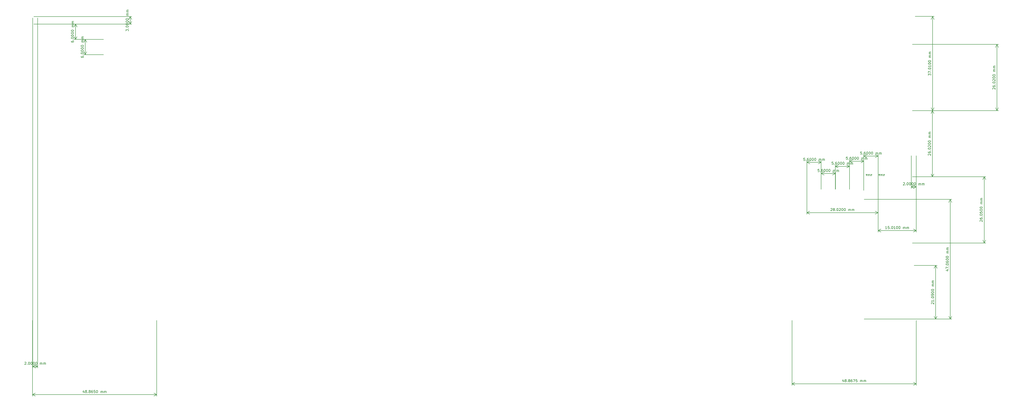
<source format=gbr>
%TF.GenerationSoftware,KiCad,Pcbnew,(6.0.5)*%
%TF.CreationDate,2022-07-03T10:27:11+08:00*%
%TF.ProjectId,orion-PCB,6f72696f-6e2d-4504-9342-2e6b69636164,rev?*%
%TF.SameCoordinates,Original*%
%TF.FileFunction,Other,Comment*%
%FSLAX46Y46*%
G04 Gerber Fmt 4.6, Leading zero omitted, Abs format (unit mm)*
G04 Created by KiCad (PCBNEW (6.0.5)) date 2022-07-03 10:27:11*
%MOMM*%
%LPD*%
G01*
G04 APERTURE LIST*
%ADD10C,0.150000*%
%ADD11C,0.030000*%
G04 APERTURE END LIST*
D10*
X-22802857Y-181077619D02*
X-22755238Y-181030000D01*
X-22660000Y-180982380D01*
X-22421904Y-180982380D01*
X-22326666Y-181030000D01*
X-22279047Y-181077619D01*
X-22231428Y-181172857D01*
X-22231428Y-181268095D01*
X-22279047Y-181410952D01*
X-22850476Y-181982380D01*
X-22231428Y-181982380D01*
X-21802857Y-181887142D02*
X-21755238Y-181934761D01*
X-21802857Y-181982380D01*
X-21850476Y-181934761D01*
X-21802857Y-181887142D01*
X-21802857Y-181982380D01*
X-21136190Y-180982380D02*
X-21040952Y-180982380D01*
X-20945714Y-181030000D01*
X-20898095Y-181077619D01*
X-20850476Y-181172857D01*
X-20802857Y-181363333D01*
X-20802857Y-181601428D01*
X-20850476Y-181791904D01*
X-20898095Y-181887142D01*
X-20945714Y-181934761D01*
X-21040952Y-181982380D01*
X-21136190Y-181982380D01*
X-21231428Y-181934761D01*
X-21279047Y-181887142D01*
X-21326666Y-181791904D01*
X-21374285Y-181601428D01*
X-21374285Y-181363333D01*
X-21326666Y-181172857D01*
X-21279047Y-181077619D01*
X-21231428Y-181030000D01*
X-21136190Y-180982380D01*
X-20183809Y-180982380D02*
X-20088571Y-180982380D01*
X-19993333Y-181030000D01*
X-19945714Y-181077619D01*
X-19898095Y-181172857D01*
X-19850476Y-181363333D01*
X-19850476Y-181601428D01*
X-19898095Y-181791904D01*
X-19945714Y-181887142D01*
X-19993333Y-181934761D01*
X-20088571Y-181982380D01*
X-20183809Y-181982380D01*
X-20279047Y-181934761D01*
X-20326666Y-181887142D01*
X-20374285Y-181791904D01*
X-20421904Y-181601428D01*
X-20421904Y-181363333D01*
X-20374285Y-181172857D01*
X-20326666Y-181077619D01*
X-20279047Y-181030000D01*
X-20183809Y-180982380D01*
X-19231428Y-180982380D02*
X-19136190Y-180982380D01*
X-19040952Y-181030000D01*
X-18993333Y-181077619D01*
X-18945714Y-181172857D01*
X-18898095Y-181363333D01*
X-18898095Y-181601428D01*
X-18945714Y-181791904D01*
X-18993333Y-181887142D01*
X-19040952Y-181934761D01*
X-19136190Y-181982380D01*
X-19231428Y-181982380D01*
X-19326666Y-181934761D01*
X-19374285Y-181887142D01*
X-19421904Y-181791904D01*
X-19469523Y-181601428D01*
X-19469523Y-181363333D01*
X-19421904Y-181172857D01*
X-19374285Y-181077619D01*
X-19326666Y-181030000D01*
X-19231428Y-180982380D01*
X-18279047Y-180982380D02*
X-18183809Y-180982380D01*
X-18088571Y-181030000D01*
X-18040952Y-181077619D01*
X-17993333Y-181172857D01*
X-17945714Y-181363333D01*
X-17945714Y-181601428D01*
X-17993333Y-181791904D01*
X-18040952Y-181887142D01*
X-18088571Y-181934761D01*
X-18183809Y-181982380D01*
X-18279047Y-181982380D01*
X-18374285Y-181934761D01*
X-18421904Y-181887142D01*
X-18469523Y-181791904D01*
X-18517142Y-181601428D01*
X-18517142Y-181363333D01*
X-18469523Y-181172857D01*
X-18421904Y-181077619D01*
X-18374285Y-181030000D01*
X-18279047Y-180982380D01*
X-16755238Y-181982380D02*
X-16755238Y-181315714D01*
X-16755238Y-181410952D02*
X-16707619Y-181363333D01*
X-16612380Y-181315714D01*
X-16469523Y-181315714D01*
X-16374285Y-181363333D01*
X-16326666Y-181458571D01*
X-16326666Y-181982380D01*
X-16326666Y-181458571D02*
X-16279047Y-181363333D01*
X-16183809Y-181315714D01*
X-16040952Y-181315714D01*
X-15945714Y-181363333D01*
X-15898095Y-181458571D01*
X-15898095Y-181982380D01*
X-15421904Y-181982380D02*
X-15421904Y-181315714D01*
X-15421904Y-181410952D02*
X-15374285Y-181363333D01*
X-15279047Y-181315714D01*
X-15136190Y-181315714D01*
X-15040952Y-181363333D01*
X-14993333Y-181458571D01*
X-14993333Y-181982380D01*
X-14993333Y-181458571D02*
X-14945714Y-181363333D01*
X-14850476Y-181315714D01*
X-14707619Y-181315714D01*
X-14612380Y-181363333D01*
X-14564761Y-181458571D01*
X-14564761Y-181982380D01*
X-19660000Y-45600000D02*
X-19660000Y-183266420D01*
X-17660000Y-45600000D02*
X-17660000Y-183266420D01*
X-19660000Y-182680000D02*
X-17660000Y-182680000D01*
X-19660000Y-182680000D02*
X-17660000Y-182680000D01*
X-19660000Y-182680000D02*
X-18533496Y-183266421D01*
X-19660000Y-182680000D02*
X-18533496Y-182093579D01*
X-17660000Y-182680000D02*
X-18786504Y-182093579D01*
X-17660000Y-182680000D02*
X-18786504Y-183266421D01*
X294270952Y-120637619D02*
X294318571Y-120590000D01*
X294413809Y-120542380D01*
X294651904Y-120542380D01*
X294747142Y-120590000D01*
X294794761Y-120637619D01*
X294842380Y-120732857D01*
X294842380Y-120828095D01*
X294794761Y-120970952D01*
X294223333Y-121542380D01*
X294842380Y-121542380D01*
X295413809Y-120970952D02*
X295318571Y-120923333D01*
X295270952Y-120875714D01*
X295223333Y-120780476D01*
X295223333Y-120732857D01*
X295270952Y-120637619D01*
X295318571Y-120590000D01*
X295413809Y-120542380D01*
X295604285Y-120542380D01*
X295699523Y-120590000D01*
X295747142Y-120637619D01*
X295794761Y-120732857D01*
X295794761Y-120780476D01*
X295747142Y-120875714D01*
X295699523Y-120923333D01*
X295604285Y-120970952D01*
X295413809Y-120970952D01*
X295318571Y-121018571D01*
X295270952Y-121066190D01*
X295223333Y-121161428D01*
X295223333Y-121351904D01*
X295270952Y-121447142D01*
X295318571Y-121494761D01*
X295413809Y-121542380D01*
X295604285Y-121542380D01*
X295699523Y-121494761D01*
X295747142Y-121447142D01*
X295794761Y-121351904D01*
X295794761Y-121161428D01*
X295747142Y-121066190D01*
X295699523Y-121018571D01*
X295604285Y-120970952D01*
X296223333Y-121447142D02*
X296270952Y-121494761D01*
X296223333Y-121542380D01*
X296175714Y-121494761D01*
X296223333Y-121447142D01*
X296223333Y-121542380D01*
X296890000Y-120542380D02*
X296985238Y-120542380D01*
X297080476Y-120590000D01*
X297128095Y-120637619D01*
X297175714Y-120732857D01*
X297223333Y-120923333D01*
X297223333Y-121161428D01*
X297175714Y-121351904D01*
X297128095Y-121447142D01*
X297080476Y-121494761D01*
X296985238Y-121542380D01*
X296890000Y-121542380D01*
X296794761Y-121494761D01*
X296747142Y-121447142D01*
X296699523Y-121351904D01*
X296651904Y-121161428D01*
X296651904Y-120923333D01*
X296699523Y-120732857D01*
X296747142Y-120637619D01*
X296794761Y-120590000D01*
X296890000Y-120542380D01*
X297604285Y-120637619D02*
X297651904Y-120590000D01*
X297747142Y-120542380D01*
X297985238Y-120542380D01*
X298080476Y-120590000D01*
X298128095Y-120637619D01*
X298175714Y-120732857D01*
X298175714Y-120828095D01*
X298128095Y-120970952D01*
X297556666Y-121542380D01*
X298175714Y-121542380D01*
X298794761Y-120542380D02*
X298890000Y-120542380D01*
X298985238Y-120590000D01*
X299032857Y-120637619D01*
X299080476Y-120732857D01*
X299128095Y-120923333D01*
X299128095Y-121161428D01*
X299080476Y-121351904D01*
X299032857Y-121447142D01*
X298985238Y-121494761D01*
X298890000Y-121542380D01*
X298794761Y-121542380D01*
X298699523Y-121494761D01*
X298651904Y-121447142D01*
X298604285Y-121351904D01*
X298556666Y-121161428D01*
X298556666Y-120923333D01*
X298604285Y-120732857D01*
X298651904Y-120637619D01*
X298699523Y-120590000D01*
X298794761Y-120542380D01*
X299747142Y-120542380D02*
X299842380Y-120542380D01*
X299937619Y-120590000D01*
X299985238Y-120637619D01*
X300032857Y-120732857D01*
X300080476Y-120923333D01*
X300080476Y-121161428D01*
X300032857Y-121351904D01*
X299985238Y-121447142D01*
X299937619Y-121494761D01*
X299842380Y-121542380D01*
X299747142Y-121542380D01*
X299651904Y-121494761D01*
X299604285Y-121447142D01*
X299556666Y-121351904D01*
X299509047Y-121161428D01*
X299509047Y-120923333D01*
X299556666Y-120732857D01*
X299604285Y-120637619D01*
X299651904Y-120590000D01*
X299747142Y-120542380D01*
X301270952Y-121542380D02*
X301270952Y-120875714D01*
X301270952Y-120970952D02*
X301318571Y-120923333D01*
X301413809Y-120875714D01*
X301556666Y-120875714D01*
X301651904Y-120923333D01*
X301699523Y-121018571D01*
X301699523Y-121542380D01*
X301699523Y-121018571D02*
X301747142Y-120923333D01*
X301842380Y-120875714D01*
X301985238Y-120875714D01*
X302080476Y-120923333D01*
X302128095Y-121018571D01*
X302128095Y-121542380D01*
X302604285Y-121542380D02*
X302604285Y-120875714D01*
X302604285Y-120970952D02*
X302651904Y-120923333D01*
X302747142Y-120875714D01*
X302890000Y-120875714D01*
X302985238Y-120923333D01*
X303032857Y-121018571D01*
X303032857Y-121542380D01*
X303032857Y-121018571D02*
X303080476Y-120923333D01*
X303175714Y-120875714D01*
X303318571Y-120875714D01*
X303413809Y-120923333D01*
X303461428Y-121018571D01*
X303461428Y-121542380D01*
X312900000Y-112750000D02*
X312900000Y-122826420D01*
X284880000Y-112750000D02*
X284880000Y-122826420D01*
X312900000Y-122240000D02*
X284880000Y-122240000D01*
X312900000Y-122240000D02*
X284880000Y-122240000D01*
X312900000Y-122240000D02*
X311773496Y-121653579D01*
X312900000Y-122240000D02*
X311773496Y-122826421D01*
X284880000Y-122240000D02*
X286006504Y-122826421D01*
X284880000Y-122240000D02*
X286006504Y-121653579D01*
X300880952Y-100332380D02*
X300404761Y-100332380D01*
X300357142Y-100808571D01*
X300404761Y-100760952D01*
X300500000Y-100713333D01*
X300738095Y-100713333D01*
X300833333Y-100760952D01*
X300880952Y-100808571D01*
X300928571Y-100903809D01*
X300928571Y-101141904D01*
X300880952Y-101237142D01*
X300833333Y-101284761D01*
X300738095Y-101332380D01*
X300500000Y-101332380D01*
X300404761Y-101284761D01*
X300357142Y-101237142D01*
X301357142Y-101237142D02*
X301404761Y-101284761D01*
X301357142Y-101332380D01*
X301309523Y-101284761D01*
X301357142Y-101237142D01*
X301357142Y-101332380D01*
X302261904Y-100332380D02*
X302071428Y-100332380D01*
X301976190Y-100380000D01*
X301928571Y-100427619D01*
X301833333Y-100570476D01*
X301785714Y-100760952D01*
X301785714Y-101141904D01*
X301833333Y-101237142D01*
X301880952Y-101284761D01*
X301976190Y-101332380D01*
X302166666Y-101332380D01*
X302261904Y-101284761D01*
X302309523Y-101237142D01*
X302357142Y-101141904D01*
X302357142Y-100903809D01*
X302309523Y-100808571D01*
X302261904Y-100760952D01*
X302166666Y-100713333D01*
X301976190Y-100713333D01*
X301880952Y-100760952D01*
X301833333Y-100808571D01*
X301785714Y-100903809D01*
X302976190Y-100332380D02*
X303071428Y-100332380D01*
X303166666Y-100380000D01*
X303214285Y-100427619D01*
X303261904Y-100522857D01*
X303309523Y-100713333D01*
X303309523Y-100951428D01*
X303261904Y-101141904D01*
X303214285Y-101237142D01*
X303166666Y-101284761D01*
X303071428Y-101332380D01*
X302976190Y-101332380D01*
X302880952Y-101284761D01*
X302833333Y-101237142D01*
X302785714Y-101141904D01*
X302738095Y-100951428D01*
X302738095Y-100713333D01*
X302785714Y-100522857D01*
X302833333Y-100427619D01*
X302880952Y-100380000D01*
X302976190Y-100332380D01*
X303928571Y-100332380D02*
X304023809Y-100332380D01*
X304119047Y-100380000D01*
X304166666Y-100427619D01*
X304214285Y-100522857D01*
X304261904Y-100713333D01*
X304261904Y-100951428D01*
X304214285Y-101141904D01*
X304166666Y-101237142D01*
X304119047Y-101284761D01*
X304023809Y-101332380D01*
X303928571Y-101332380D01*
X303833333Y-101284761D01*
X303785714Y-101237142D01*
X303738095Y-101141904D01*
X303690476Y-100951428D01*
X303690476Y-100713333D01*
X303738095Y-100522857D01*
X303785714Y-100427619D01*
X303833333Y-100380000D01*
X303928571Y-100332380D01*
X304880952Y-100332380D02*
X304976190Y-100332380D01*
X305071428Y-100380000D01*
X305119047Y-100427619D01*
X305166666Y-100522857D01*
X305214285Y-100713333D01*
X305214285Y-100951428D01*
X305166666Y-101141904D01*
X305119047Y-101237142D01*
X305071428Y-101284761D01*
X304976190Y-101332380D01*
X304880952Y-101332380D01*
X304785714Y-101284761D01*
X304738095Y-101237142D01*
X304690476Y-101141904D01*
X304642857Y-100951428D01*
X304642857Y-100713333D01*
X304690476Y-100522857D01*
X304738095Y-100427619D01*
X304785714Y-100380000D01*
X304880952Y-100332380D01*
X306404761Y-101332380D02*
X306404761Y-100665714D01*
X306404761Y-100760952D02*
X306452380Y-100713333D01*
X306547619Y-100665714D01*
X306690476Y-100665714D01*
X306785714Y-100713333D01*
X306833333Y-100808571D01*
X306833333Y-101332380D01*
X306833333Y-100808571D02*
X306880952Y-100713333D01*
X306976190Y-100665714D01*
X307119047Y-100665714D01*
X307214285Y-100713333D01*
X307261904Y-100808571D01*
X307261904Y-101332380D01*
X307738095Y-101332380D02*
X307738095Y-100665714D01*
X307738095Y-100760952D02*
X307785714Y-100713333D01*
X307880952Y-100665714D01*
X308023809Y-100665714D01*
X308119047Y-100713333D01*
X308166666Y-100808571D01*
X308166666Y-101332380D01*
X308166666Y-100808571D02*
X308214285Y-100713333D01*
X308309523Y-100665714D01*
X308452380Y-100665714D01*
X308547619Y-100713333D01*
X308595238Y-100808571D01*
X308595238Y-101332380D01*
X307300000Y-112960000D02*
X307300000Y-101443580D01*
X301700000Y-112960000D02*
X301700000Y-101443580D01*
X307300000Y-102030000D02*
X301700000Y-102030000D01*
X307300000Y-102030000D02*
X301700000Y-102030000D01*
X307300000Y-102030000D02*
X306173496Y-101443579D01*
X307300000Y-102030000D02*
X306173496Y-102616421D01*
X301700000Y-102030000D02*
X302826504Y-102616421D01*
X301700000Y-102030000D02*
X302826504Y-101443579D01*
X306480952Y-98322380D02*
X306004761Y-98322380D01*
X305957142Y-98798571D01*
X306004761Y-98750952D01*
X306100000Y-98703333D01*
X306338095Y-98703333D01*
X306433333Y-98750952D01*
X306480952Y-98798571D01*
X306528571Y-98893809D01*
X306528571Y-99131904D01*
X306480952Y-99227142D01*
X306433333Y-99274761D01*
X306338095Y-99322380D01*
X306100000Y-99322380D01*
X306004761Y-99274761D01*
X305957142Y-99227142D01*
X306957142Y-99227142D02*
X307004761Y-99274761D01*
X306957142Y-99322380D01*
X306909523Y-99274761D01*
X306957142Y-99227142D01*
X306957142Y-99322380D01*
X307861904Y-98322380D02*
X307671428Y-98322380D01*
X307576190Y-98370000D01*
X307528571Y-98417619D01*
X307433333Y-98560476D01*
X307385714Y-98750952D01*
X307385714Y-99131904D01*
X307433333Y-99227142D01*
X307480952Y-99274761D01*
X307576190Y-99322380D01*
X307766666Y-99322380D01*
X307861904Y-99274761D01*
X307909523Y-99227142D01*
X307957142Y-99131904D01*
X307957142Y-98893809D01*
X307909523Y-98798571D01*
X307861904Y-98750952D01*
X307766666Y-98703333D01*
X307576190Y-98703333D01*
X307480952Y-98750952D01*
X307433333Y-98798571D01*
X307385714Y-98893809D01*
X308576190Y-98322380D02*
X308671428Y-98322380D01*
X308766666Y-98370000D01*
X308814285Y-98417619D01*
X308861904Y-98512857D01*
X308909523Y-98703333D01*
X308909523Y-98941428D01*
X308861904Y-99131904D01*
X308814285Y-99227142D01*
X308766666Y-99274761D01*
X308671428Y-99322380D01*
X308576190Y-99322380D01*
X308480952Y-99274761D01*
X308433333Y-99227142D01*
X308385714Y-99131904D01*
X308338095Y-98941428D01*
X308338095Y-98703333D01*
X308385714Y-98512857D01*
X308433333Y-98417619D01*
X308480952Y-98370000D01*
X308576190Y-98322380D01*
X309528571Y-98322380D02*
X309623809Y-98322380D01*
X309719047Y-98370000D01*
X309766666Y-98417619D01*
X309814285Y-98512857D01*
X309861904Y-98703333D01*
X309861904Y-98941428D01*
X309814285Y-99131904D01*
X309766666Y-99227142D01*
X309719047Y-99274761D01*
X309623809Y-99322380D01*
X309528571Y-99322380D01*
X309433333Y-99274761D01*
X309385714Y-99227142D01*
X309338095Y-99131904D01*
X309290476Y-98941428D01*
X309290476Y-98703333D01*
X309338095Y-98512857D01*
X309385714Y-98417619D01*
X309433333Y-98370000D01*
X309528571Y-98322380D01*
X310480952Y-98322380D02*
X310576190Y-98322380D01*
X310671428Y-98370000D01*
X310719047Y-98417619D01*
X310766666Y-98512857D01*
X310814285Y-98703333D01*
X310814285Y-98941428D01*
X310766666Y-99131904D01*
X310719047Y-99227142D01*
X310671428Y-99274761D01*
X310576190Y-99322380D01*
X310480952Y-99322380D01*
X310385714Y-99274761D01*
X310338095Y-99227142D01*
X310290476Y-99131904D01*
X310242857Y-98941428D01*
X310242857Y-98703333D01*
X310290476Y-98512857D01*
X310338095Y-98417619D01*
X310385714Y-98370000D01*
X310480952Y-98322380D01*
X312004761Y-99322380D02*
X312004761Y-98655714D01*
X312004761Y-98750952D02*
X312052380Y-98703333D01*
X312147619Y-98655714D01*
X312290476Y-98655714D01*
X312385714Y-98703333D01*
X312433333Y-98798571D01*
X312433333Y-99322380D01*
X312433333Y-98798571D02*
X312480952Y-98703333D01*
X312576190Y-98655714D01*
X312719047Y-98655714D01*
X312814285Y-98703333D01*
X312861904Y-98798571D01*
X312861904Y-99322380D01*
X313338095Y-99322380D02*
X313338095Y-98655714D01*
X313338095Y-98750952D02*
X313385714Y-98703333D01*
X313480952Y-98655714D01*
X313623809Y-98655714D01*
X313719047Y-98703333D01*
X313766666Y-98798571D01*
X313766666Y-99322380D01*
X313766666Y-98798571D02*
X313814285Y-98703333D01*
X313909523Y-98655714D01*
X314052380Y-98655714D01*
X314147619Y-98703333D01*
X314195238Y-98798571D01*
X314195238Y-99322380D01*
X312900000Y-113470000D02*
X312900000Y-99433580D01*
X307300000Y-113470000D02*
X307300000Y-99433580D01*
X312900000Y-100020000D02*
X307300000Y-100020000D01*
X312900000Y-100020000D02*
X307300000Y-100020000D01*
X312900000Y-100020000D02*
X311773496Y-99433579D01*
X312900000Y-100020000D02*
X311773496Y-100606421D01*
X307300000Y-100020000D02*
X308426504Y-100606421D01*
X307300000Y-100020000D02*
X308426504Y-99433579D01*
X289710952Y-105152380D02*
X289234761Y-105152380D01*
X289187142Y-105628571D01*
X289234761Y-105580952D01*
X289330000Y-105533333D01*
X289568095Y-105533333D01*
X289663333Y-105580952D01*
X289710952Y-105628571D01*
X289758571Y-105723809D01*
X289758571Y-105961904D01*
X289710952Y-106057142D01*
X289663333Y-106104761D01*
X289568095Y-106152380D01*
X289330000Y-106152380D01*
X289234761Y-106104761D01*
X289187142Y-106057142D01*
X290187142Y-106057142D02*
X290234761Y-106104761D01*
X290187142Y-106152380D01*
X290139523Y-106104761D01*
X290187142Y-106057142D01*
X290187142Y-106152380D01*
X291091904Y-105152380D02*
X290901428Y-105152380D01*
X290806190Y-105200000D01*
X290758571Y-105247619D01*
X290663333Y-105390476D01*
X290615714Y-105580952D01*
X290615714Y-105961904D01*
X290663333Y-106057142D01*
X290710952Y-106104761D01*
X290806190Y-106152380D01*
X290996666Y-106152380D01*
X291091904Y-106104761D01*
X291139523Y-106057142D01*
X291187142Y-105961904D01*
X291187142Y-105723809D01*
X291139523Y-105628571D01*
X291091904Y-105580952D01*
X290996666Y-105533333D01*
X290806190Y-105533333D01*
X290710952Y-105580952D01*
X290663333Y-105628571D01*
X290615714Y-105723809D01*
X291806190Y-105152380D02*
X291901428Y-105152380D01*
X291996666Y-105200000D01*
X292044285Y-105247619D01*
X292091904Y-105342857D01*
X292139523Y-105533333D01*
X292139523Y-105771428D01*
X292091904Y-105961904D01*
X292044285Y-106057142D01*
X291996666Y-106104761D01*
X291901428Y-106152380D01*
X291806190Y-106152380D01*
X291710952Y-106104761D01*
X291663333Y-106057142D01*
X291615714Y-105961904D01*
X291568095Y-105771428D01*
X291568095Y-105533333D01*
X291615714Y-105342857D01*
X291663333Y-105247619D01*
X291710952Y-105200000D01*
X291806190Y-105152380D01*
X292758571Y-105152380D02*
X292853809Y-105152380D01*
X292949047Y-105200000D01*
X292996666Y-105247619D01*
X293044285Y-105342857D01*
X293091904Y-105533333D01*
X293091904Y-105771428D01*
X293044285Y-105961904D01*
X292996666Y-106057142D01*
X292949047Y-106104761D01*
X292853809Y-106152380D01*
X292758571Y-106152380D01*
X292663333Y-106104761D01*
X292615714Y-106057142D01*
X292568095Y-105961904D01*
X292520476Y-105771428D01*
X292520476Y-105533333D01*
X292568095Y-105342857D01*
X292615714Y-105247619D01*
X292663333Y-105200000D01*
X292758571Y-105152380D01*
X293710952Y-105152380D02*
X293806190Y-105152380D01*
X293901428Y-105200000D01*
X293949047Y-105247619D01*
X293996666Y-105342857D01*
X294044285Y-105533333D01*
X294044285Y-105771428D01*
X293996666Y-105961904D01*
X293949047Y-106057142D01*
X293901428Y-106104761D01*
X293806190Y-106152380D01*
X293710952Y-106152380D01*
X293615714Y-106104761D01*
X293568095Y-106057142D01*
X293520476Y-105961904D01*
X293472857Y-105771428D01*
X293472857Y-105533333D01*
X293520476Y-105342857D01*
X293568095Y-105247619D01*
X293615714Y-105200000D01*
X293710952Y-105152380D01*
X295234761Y-106152380D02*
X295234761Y-105485714D01*
X295234761Y-105580952D02*
X295282380Y-105533333D01*
X295377619Y-105485714D01*
X295520476Y-105485714D01*
X295615714Y-105533333D01*
X295663333Y-105628571D01*
X295663333Y-106152380D01*
X295663333Y-105628571D02*
X295710952Y-105533333D01*
X295806190Y-105485714D01*
X295949047Y-105485714D01*
X296044285Y-105533333D01*
X296091904Y-105628571D01*
X296091904Y-106152380D01*
X296568095Y-106152380D02*
X296568095Y-105485714D01*
X296568095Y-105580952D02*
X296615714Y-105533333D01*
X296710952Y-105485714D01*
X296853809Y-105485714D01*
X296949047Y-105533333D01*
X296996666Y-105628571D01*
X296996666Y-106152380D01*
X296996666Y-105628571D02*
X297044285Y-105533333D01*
X297139523Y-105485714D01*
X297282380Y-105485714D01*
X297377619Y-105533333D01*
X297425238Y-105628571D01*
X297425238Y-106152380D01*
X296130000Y-112980000D02*
X296130000Y-106263580D01*
X290530000Y-112980000D02*
X290530000Y-106263580D01*
X296130000Y-106850000D02*
X290530000Y-106850000D01*
X296130000Y-106850000D02*
X290530000Y-106850000D01*
X296130000Y-106850000D02*
X295003496Y-106263579D01*
X296130000Y-106850000D02*
X295003496Y-107436421D01*
X290530000Y-106850000D02*
X291656504Y-107436421D01*
X290530000Y-106850000D02*
X291656504Y-106263579D01*
X295240952Y-102322380D02*
X294764761Y-102322380D01*
X294717142Y-102798571D01*
X294764761Y-102750952D01*
X294860000Y-102703333D01*
X295098095Y-102703333D01*
X295193333Y-102750952D01*
X295240952Y-102798571D01*
X295288571Y-102893809D01*
X295288571Y-103131904D01*
X295240952Y-103227142D01*
X295193333Y-103274761D01*
X295098095Y-103322380D01*
X294860000Y-103322380D01*
X294764761Y-103274761D01*
X294717142Y-103227142D01*
X295717142Y-103227142D02*
X295764761Y-103274761D01*
X295717142Y-103322380D01*
X295669523Y-103274761D01*
X295717142Y-103227142D01*
X295717142Y-103322380D01*
X296621904Y-102322380D02*
X296431428Y-102322380D01*
X296336190Y-102370000D01*
X296288571Y-102417619D01*
X296193333Y-102560476D01*
X296145714Y-102750952D01*
X296145714Y-103131904D01*
X296193333Y-103227142D01*
X296240952Y-103274761D01*
X296336190Y-103322380D01*
X296526666Y-103322380D01*
X296621904Y-103274761D01*
X296669523Y-103227142D01*
X296717142Y-103131904D01*
X296717142Y-102893809D01*
X296669523Y-102798571D01*
X296621904Y-102750952D01*
X296526666Y-102703333D01*
X296336190Y-102703333D01*
X296240952Y-102750952D01*
X296193333Y-102798571D01*
X296145714Y-102893809D01*
X297336190Y-102322380D02*
X297431428Y-102322380D01*
X297526666Y-102370000D01*
X297574285Y-102417619D01*
X297621904Y-102512857D01*
X297669523Y-102703333D01*
X297669523Y-102941428D01*
X297621904Y-103131904D01*
X297574285Y-103227142D01*
X297526666Y-103274761D01*
X297431428Y-103322380D01*
X297336190Y-103322380D01*
X297240952Y-103274761D01*
X297193333Y-103227142D01*
X297145714Y-103131904D01*
X297098095Y-102941428D01*
X297098095Y-102703333D01*
X297145714Y-102512857D01*
X297193333Y-102417619D01*
X297240952Y-102370000D01*
X297336190Y-102322380D01*
X298288571Y-102322380D02*
X298383809Y-102322380D01*
X298479047Y-102370000D01*
X298526666Y-102417619D01*
X298574285Y-102512857D01*
X298621904Y-102703333D01*
X298621904Y-102941428D01*
X298574285Y-103131904D01*
X298526666Y-103227142D01*
X298479047Y-103274761D01*
X298383809Y-103322380D01*
X298288571Y-103322380D01*
X298193333Y-103274761D01*
X298145714Y-103227142D01*
X298098095Y-103131904D01*
X298050476Y-102941428D01*
X298050476Y-102703333D01*
X298098095Y-102512857D01*
X298145714Y-102417619D01*
X298193333Y-102370000D01*
X298288571Y-102322380D01*
X299240952Y-102322380D02*
X299336190Y-102322380D01*
X299431428Y-102370000D01*
X299479047Y-102417619D01*
X299526666Y-102512857D01*
X299574285Y-102703333D01*
X299574285Y-102941428D01*
X299526666Y-103131904D01*
X299479047Y-103227142D01*
X299431428Y-103274761D01*
X299336190Y-103322380D01*
X299240952Y-103322380D01*
X299145714Y-103274761D01*
X299098095Y-103227142D01*
X299050476Y-103131904D01*
X299002857Y-102941428D01*
X299002857Y-102703333D01*
X299050476Y-102512857D01*
X299098095Y-102417619D01*
X299145714Y-102370000D01*
X299240952Y-102322380D01*
X300764761Y-103322380D02*
X300764761Y-102655714D01*
X300764761Y-102750952D02*
X300812380Y-102703333D01*
X300907619Y-102655714D01*
X301050476Y-102655714D01*
X301145714Y-102703333D01*
X301193333Y-102798571D01*
X301193333Y-103322380D01*
X301193333Y-102798571D02*
X301240952Y-102703333D01*
X301336190Y-102655714D01*
X301479047Y-102655714D01*
X301574285Y-102703333D01*
X301621904Y-102798571D01*
X301621904Y-103322380D01*
X302098095Y-103322380D02*
X302098095Y-102655714D01*
X302098095Y-102750952D02*
X302145714Y-102703333D01*
X302240952Y-102655714D01*
X302383809Y-102655714D01*
X302479047Y-102703333D01*
X302526666Y-102798571D01*
X302526666Y-103322380D01*
X302526666Y-102798571D02*
X302574285Y-102703333D01*
X302669523Y-102655714D01*
X302812380Y-102655714D01*
X302907619Y-102703333D01*
X302955238Y-102798571D01*
X302955238Y-103322380D01*
X301660000Y-113020000D02*
X301660000Y-103433580D01*
X296060000Y-113020000D02*
X296060000Y-103433580D01*
X301660000Y-104020000D02*
X296060000Y-104020000D01*
X301660000Y-104020000D02*
X296060000Y-104020000D01*
X301660000Y-104020000D02*
X300533496Y-103433579D01*
X301660000Y-104020000D02*
X300533496Y-104606421D01*
X296060000Y-104020000D02*
X297186504Y-104606421D01*
X296060000Y-104020000D02*
X297186504Y-103433579D01*
X332672380Y-68251666D02*
X332672380Y-67632619D01*
X333053333Y-67965952D01*
X333053333Y-67823095D01*
X333100952Y-67727857D01*
X333148571Y-67680238D01*
X333243809Y-67632619D01*
X333481904Y-67632619D01*
X333577142Y-67680238D01*
X333624761Y-67727857D01*
X333672380Y-67823095D01*
X333672380Y-68108809D01*
X333624761Y-68204047D01*
X333577142Y-68251666D01*
X332672380Y-67299285D02*
X332672380Y-66632619D01*
X333672380Y-67061190D01*
X333577142Y-66251666D02*
X333624761Y-66204047D01*
X333672380Y-66251666D01*
X333624761Y-66299285D01*
X333577142Y-66251666D01*
X333672380Y-66251666D01*
X332672380Y-65585000D02*
X332672380Y-65489761D01*
X332720000Y-65394523D01*
X332767619Y-65346904D01*
X332862857Y-65299285D01*
X333053333Y-65251666D01*
X333291428Y-65251666D01*
X333481904Y-65299285D01*
X333577142Y-65346904D01*
X333624761Y-65394523D01*
X333672380Y-65489761D01*
X333672380Y-65585000D01*
X333624761Y-65680238D01*
X333577142Y-65727857D01*
X333481904Y-65775476D01*
X333291428Y-65823095D01*
X333053333Y-65823095D01*
X332862857Y-65775476D01*
X332767619Y-65727857D01*
X332720000Y-65680238D01*
X332672380Y-65585000D01*
X333672380Y-64299285D02*
X333672380Y-64870714D01*
X333672380Y-64585000D02*
X332672380Y-64585000D01*
X332815238Y-64680238D01*
X332910476Y-64775476D01*
X332958095Y-64870714D01*
X332672380Y-63680238D02*
X332672380Y-63585000D01*
X332720000Y-63489761D01*
X332767619Y-63442142D01*
X332862857Y-63394523D01*
X333053333Y-63346904D01*
X333291428Y-63346904D01*
X333481904Y-63394523D01*
X333577142Y-63442142D01*
X333624761Y-63489761D01*
X333672380Y-63585000D01*
X333672380Y-63680238D01*
X333624761Y-63775476D01*
X333577142Y-63823095D01*
X333481904Y-63870714D01*
X333291428Y-63918333D01*
X333053333Y-63918333D01*
X332862857Y-63870714D01*
X332767619Y-63823095D01*
X332720000Y-63775476D01*
X332672380Y-63680238D01*
X332672380Y-62727857D02*
X332672380Y-62632619D01*
X332720000Y-62537380D01*
X332767619Y-62489761D01*
X332862857Y-62442142D01*
X333053333Y-62394523D01*
X333291428Y-62394523D01*
X333481904Y-62442142D01*
X333577142Y-62489761D01*
X333624761Y-62537380D01*
X333672380Y-62632619D01*
X333672380Y-62727857D01*
X333624761Y-62823095D01*
X333577142Y-62870714D01*
X333481904Y-62918333D01*
X333291428Y-62965952D01*
X333053333Y-62965952D01*
X332862857Y-62918333D01*
X332767619Y-62870714D01*
X332720000Y-62823095D01*
X332672380Y-62727857D01*
X333672380Y-61204047D02*
X333005714Y-61204047D01*
X333100952Y-61204047D02*
X333053333Y-61156428D01*
X333005714Y-61061190D01*
X333005714Y-60918333D01*
X333053333Y-60823095D01*
X333148571Y-60775476D01*
X333672380Y-60775476D01*
X333148571Y-60775476D02*
X333053333Y-60727857D01*
X333005714Y-60632619D01*
X333005714Y-60489761D01*
X333053333Y-60394523D01*
X333148571Y-60346904D01*
X333672380Y-60346904D01*
X333672380Y-59870714D02*
X333005714Y-59870714D01*
X333100952Y-59870714D02*
X333053333Y-59823095D01*
X333005714Y-59727857D01*
X333005714Y-59585000D01*
X333053333Y-59489761D01*
X333148571Y-59442142D01*
X333672380Y-59442142D01*
X333148571Y-59442142D02*
X333053333Y-59394523D01*
X333005714Y-59299285D01*
X333005714Y-59156428D01*
X333053333Y-59061190D01*
X333148571Y-59013571D01*
X333672380Y-59013571D01*
X327510000Y-45080000D02*
X334956420Y-45080000D01*
X327510000Y-82090000D02*
X334956420Y-82090000D01*
X334370000Y-45080000D02*
X334370000Y-82090000D01*
X334370000Y-45080000D02*
X334370000Y-82090000D01*
X334370000Y-45080000D02*
X333783579Y-46206504D01*
X334370000Y-45080000D02*
X334956421Y-46206504D01*
X334370000Y-82090000D02*
X334956421Y-80963496D01*
X334370000Y-82090000D02*
X333783579Y-80963496D01*
X-4517619Y-54766666D02*
X-4517619Y-54957142D01*
X-4470000Y-55052380D01*
X-4422380Y-55100000D01*
X-4279523Y-55195238D01*
X-4089047Y-55242857D01*
X-3708095Y-55242857D01*
X-3612857Y-55195238D01*
X-3565238Y-55147619D01*
X-3517619Y-55052380D01*
X-3517619Y-54861904D01*
X-3565238Y-54766666D01*
X-3612857Y-54719047D01*
X-3708095Y-54671428D01*
X-3946190Y-54671428D01*
X-4041428Y-54719047D01*
X-4089047Y-54766666D01*
X-4136666Y-54861904D01*
X-4136666Y-55052380D01*
X-4089047Y-55147619D01*
X-4041428Y-55195238D01*
X-3946190Y-55242857D01*
X-3612857Y-54242857D02*
X-3565238Y-54195238D01*
X-3517619Y-54242857D01*
X-3565238Y-54290476D01*
X-3612857Y-54242857D01*
X-3517619Y-54242857D01*
X-4517619Y-53576190D02*
X-4517619Y-53480952D01*
X-4470000Y-53385714D01*
X-4422380Y-53338095D01*
X-4327142Y-53290476D01*
X-4136666Y-53242857D01*
X-3898571Y-53242857D01*
X-3708095Y-53290476D01*
X-3612857Y-53338095D01*
X-3565238Y-53385714D01*
X-3517619Y-53480952D01*
X-3517619Y-53576190D01*
X-3565238Y-53671428D01*
X-3612857Y-53719047D01*
X-3708095Y-53766666D01*
X-3898571Y-53814285D01*
X-4136666Y-53814285D01*
X-4327142Y-53766666D01*
X-4422380Y-53719047D01*
X-4470000Y-53671428D01*
X-4517619Y-53576190D01*
X-4517619Y-52623809D02*
X-4517619Y-52528571D01*
X-4470000Y-52433333D01*
X-4422380Y-52385714D01*
X-4327142Y-52338095D01*
X-4136666Y-52290476D01*
X-3898571Y-52290476D01*
X-3708095Y-52338095D01*
X-3612857Y-52385714D01*
X-3565238Y-52433333D01*
X-3517619Y-52528571D01*
X-3517619Y-52623809D01*
X-3565238Y-52719047D01*
X-3612857Y-52766666D01*
X-3708095Y-52814285D01*
X-3898571Y-52861904D01*
X-4136666Y-52861904D01*
X-4327142Y-52814285D01*
X-4422380Y-52766666D01*
X-4470000Y-52719047D01*
X-4517619Y-52623809D01*
X-4517619Y-51671428D02*
X-4517619Y-51576190D01*
X-4470000Y-51480952D01*
X-4422380Y-51433333D01*
X-4327142Y-51385714D01*
X-4136666Y-51338095D01*
X-3898571Y-51338095D01*
X-3708095Y-51385714D01*
X-3612857Y-51433333D01*
X-3565238Y-51480952D01*
X-3517619Y-51576190D01*
X-3517619Y-51671428D01*
X-3565238Y-51766666D01*
X-3612857Y-51814285D01*
X-3708095Y-51861904D01*
X-3898571Y-51909523D01*
X-4136666Y-51909523D01*
X-4327142Y-51861904D01*
X-4422380Y-51814285D01*
X-4470000Y-51766666D01*
X-4517619Y-51671428D01*
X-4517619Y-50719047D02*
X-4517619Y-50623809D01*
X-4470000Y-50528571D01*
X-4422380Y-50480952D01*
X-4327142Y-50433333D01*
X-4136666Y-50385714D01*
X-3898571Y-50385714D01*
X-3708095Y-50433333D01*
X-3612857Y-50480952D01*
X-3565238Y-50528571D01*
X-3517619Y-50623809D01*
X-3517619Y-50719047D01*
X-3565238Y-50814285D01*
X-3612857Y-50861904D01*
X-3708095Y-50909523D01*
X-3898571Y-50957142D01*
X-4136666Y-50957142D01*
X-4327142Y-50909523D01*
X-4422380Y-50861904D01*
X-4470000Y-50814285D01*
X-4517619Y-50719047D01*
X-3517619Y-49195238D02*
X-4184285Y-49195238D01*
X-4089047Y-49195238D02*
X-4136666Y-49147619D01*
X-4184285Y-49052380D01*
X-4184285Y-48909523D01*
X-4136666Y-48814285D01*
X-4041428Y-48766666D01*
X-3517619Y-48766666D01*
X-4041428Y-48766666D02*
X-4136666Y-48719047D01*
X-4184285Y-48623809D01*
X-4184285Y-48480952D01*
X-4136666Y-48385714D01*
X-4041428Y-48338095D01*
X-3517619Y-48338095D01*
X-3517619Y-47861904D02*
X-4184285Y-47861904D01*
X-4089047Y-47861904D02*
X-4136666Y-47814285D01*
X-4184285Y-47719047D01*
X-4184285Y-47576190D01*
X-4136666Y-47480952D01*
X-4041428Y-47433333D01*
X-3517619Y-47433333D01*
X-4041428Y-47433333D02*
X-4136666Y-47385714D01*
X-4184285Y-47290476D01*
X-4184285Y-47147619D01*
X-4136666Y-47052380D01*
X-4041428Y-47004761D01*
X-3517619Y-47004761D01*
X8210000Y-48100000D02*
X-3406420Y-48100000D01*
X8210000Y-54100000D02*
X-3406420Y-54100000D01*
X-2820000Y-48100000D02*
X-2820000Y-54100000D01*
X-2820000Y-48100000D02*
X-2820000Y-54100000D01*
X-2820000Y-48100000D02*
X-3406421Y-49226504D01*
X-2820000Y-48100000D02*
X-2233579Y-49226504D01*
X-2820000Y-54100000D02*
X-2233579Y-52973496D01*
X-2820000Y-54100000D02*
X-3406421Y-52973496D01*
X358097619Y-73709047D02*
X358050000Y-73661428D01*
X358002380Y-73566190D01*
X358002380Y-73328095D01*
X358050000Y-73232857D01*
X358097619Y-73185238D01*
X358192857Y-73137619D01*
X358288095Y-73137619D01*
X358430952Y-73185238D01*
X359002380Y-73756666D01*
X359002380Y-73137619D01*
X358002380Y-72280476D02*
X358002380Y-72470952D01*
X358050000Y-72566190D01*
X358097619Y-72613809D01*
X358240476Y-72709047D01*
X358430952Y-72756666D01*
X358811904Y-72756666D01*
X358907142Y-72709047D01*
X358954761Y-72661428D01*
X359002380Y-72566190D01*
X359002380Y-72375714D01*
X358954761Y-72280476D01*
X358907142Y-72232857D01*
X358811904Y-72185238D01*
X358573809Y-72185238D01*
X358478571Y-72232857D01*
X358430952Y-72280476D01*
X358383333Y-72375714D01*
X358383333Y-72566190D01*
X358430952Y-72661428D01*
X358478571Y-72709047D01*
X358573809Y-72756666D01*
X358907142Y-71756666D02*
X358954761Y-71709047D01*
X359002380Y-71756666D01*
X358954761Y-71804285D01*
X358907142Y-71756666D01*
X359002380Y-71756666D01*
X358002380Y-71090000D02*
X358002380Y-70994761D01*
X358050000Y-70899523D01*
X358097619Y-70851904D01*
X358192857Y-70804285D01*
X358383333Y-70756666D01*
X358621428Y-70756666D01*
X358811904Y-70804285D01*
X358907142Y-70851904D01*
X358954761Y-70899523D01*
X359002380Y-70994761D01*
X359002380Y-71090000D01*
X358954761Y-71185238D01*
X358907142Y-71232857D01*
X358811904Y-71280476D01*
X358621428Y-71328095D01*
X358383333Y-71328095D01*
X358192857Y-71280476D01*
X358097619Y-71232857D01*
X358050000Y-71185238D01*
X358002380Y-71090000D01*
X358097619Y-70375714D02*
X358050000Y-70328095D01*
X358002380Y-70232857D01*
X358002380Y-69994761D01*
X358050000Y-69899523D01*
X358097619Y-69851904D01*
X358192857Y-69804285D01*
X358288095Y-69804285D01*
X358430952Y-69851904D01*
X359002380Y-70423333D01*
X359002380Y-69804285D01*
X358002380Y-69185238D02*
X358002380Y-69090000D01*
X358050000Y-68994761D01*
X358097619Y-68947142D01*
X358192857Y-68899523D01*
X358383333Y-68851904D01*
X358621428Y-68851904D01*
X358811904Y-68899523D01*
X358907142Y-68947142D01*
X358954761Y-68994761D01*
X359002380Y-69090000D01*
X359002380Y-69185238D01*
X358954761Y-69280476D01*
X358907142Y-69328095D01*
X358811904Y-69375714D01*
X358621428Y-69423333D01*
X358383333Y-69423333D01*
X358192857Y-69375714D01*
X358097619Y-69328095D01*
X358050000Y-69280476D01*
X358002380Y-69185238D01*
X358002380Y-68232857D02*
X358002380Y-68137619D01*
X358050000Y-68042380D01*
X358097619Y-67994761D01*
X358192857Y-67947142D01*
X358383333Y-67899523D01*
X358621428Y-67899523D01*
X358811904Y-67947142D01*
X358907142Y-67994761D01*
X358954761Y-68042380D01*
X359002380Y-68137619D01*
X359002380Y-68232857D01*
X358954761Y-68328095D01*
X358907142Y-68375714D01*
X358811904Y-68423333D01*
X358621428Y-68470952D01*
X358383333Y-68470952D01*
X358192857Y-68423333D01*
X358097619Y-68375714D01*
X358050000Y-68328095D01*
X358002380Y-68232857D01*
X359002380Y-66709047D02*
X358335714Y-66709047D01*
X358430952Y-66709047D02*
X358383333Y-66661428D01*
X358335714Y-66566190D01*
X358335714Y-66423333D01*
X358383333Y-66328095D01*
X358478571Y-66280476D01*
X359002380Y-66280476D01*
X358478571Y-66280476D02*
X358383333Y-66232857D01*
X358335714Y-66137619D01*
X358335714Y-65994761D01*
X358383333Y-65899523D01*
X358478571Y-65851904D01*
X359002380Y-65851904D01*
X359002380Y-65375714D02*
X358335714Y-65375714D01*
X358430952Y-65375714D02*
X358383333Y-65328095D01*
X358335714Y-65232857D01*
X358335714Y-65090000D01*
X358383333Y-64994761D01*
X358478571Y-64947142D01*
X359002380Y-64947142D01*
X358478571Y-64947142D02*
X358383333Y-64899523D01*
X358335714Y-64804285D01*
X358335714Y-64661428D01*
X358383333Y-64566190D01*
X358478571Y-64518571D01*
X359002380Y-64518571D01*
X326410000Y-82100000D02*
X360286420Y-82100000D01*
X326410000Y-56080000D02*
X360286420Y-56080000D01*
X359700000Y-82100000D02*
X359700000Y-56080000D01*
X359700000Y-82100000D02*
X359700000Y-56080000D01*
X359700000Y-82100000D02*
X360286421Y-80973496D01*
X359700000Y-82100000D02*
X359113579Y-80973496D01*
X359700000Y-56080000D02*
X359113579Y-57206504D01*
X359700000Y-56080000D02*
X360286421Y-57206504D01*
X332707619Y-99719047D02*
X332660000Y-99671428D01*
X332612380Y-99576190D01*
X332612380Y-99338095D01*
X332660000Y-99242857D01*
X332707619Y-99195238D01*
X332802857Y-99147619D01*
X332898095Y-99147619D01*
X333040952Y-99195238D01*
X333612380Y-99766666D01*
X333612380Y-99147619D01*
X332612380Y-98290476D02*
X332612380Y-98480952D01*
X332660000Y-98576190D01*
X332707619Y-98623809D01*
X332850476Y-98719047D01*
X333040952Y-98766666D01*
X333421904Y-98766666D01*
X333517142Y-98719047D01*
X333564761Y-98671428D01*
X333612380Y-98576190D01*
X333612380Y-98385714D01*
X333564761Y-98290476D01*
X333517142Y-98242857D01*
X333421904Y-98195238D01*
X333183809Y-98195238D01*
X333088571Y-98242857D01*
X333040952Y-98290476D01*
X332993333Y-98385714D01*
X332993333Y-98576190D01*
X333040952Y-98671428D01*
X333088571Y-98719047D01*
X333183809Y-98766666D01*
X333517142Y-97766666D02*
X333564761Y-97719047D01*
X333612380Y-97766666D01*
X333564761Y-97814285D01*
X333517142Y-97766666D01*
X333612380Y-97766666D01*
X332612380Y-97100000D02*
X332612380Y-97004761D01*
X332660000Y-96909523D01*
X332707619Y-96861904D01*
X332802857Y-96814285D01*
X332993333Y-96766666D01*
X333231428Y-96766666D01*
X333421904Y-96814285D01*
X333517142Y-96861904D01*
X333564761Y-96909523D01*
X333612380Y-97004761D01*
X333612380Y-97100000D01*
X333564761Y-97195238D01*
X333517142Y-97242857D01*
X333421904Y-97290476D01*
X333231428Y-97338095D01*
X332993333Y-97338095D01*
X332802857Y-97290476D01*
X332707619Y-97242857D01*
X332660000Y-97195238D01*
X332612380Y-97100000D01*
X332707619Y-96385714D02*
X332660000Y-96338095D01*
X332612380Y-96242857D01*
X332612380Y-96004761D01*
X332660000Y-95909523D01*
X332707619Y-95861904D01*
X332802857Y-95814285D01*
X332898095Y-95814285D01*
X333040952Y-95861904D01*
X333612380Y-96433333D01*
X333612380Y-95814285D01*
X332612380Y-95195238D02*
X332612380Y-95100000D01*
X332660000Y-95004761D01*
X332707619Y-94957142D01*
X332802857Y-94909523D01*
X332993333Y-94861904D01*
X333231428Y-94861904D01*
X333421904Y-94909523D01*
X333517142Y-94957142D01*
X333564761Y-95004761D01*
X333612380Y-95100000D01*
X333612380Y-95195238D01*
X333564761Y-95290476D01*
X333517142Y-95338095D01*
X333421904Y-95385714D01*
X333231428Y-95433333D01*
X332993333Y-95433333D01*
X332802857Y-95385714D01*
X332707619Y-95338095D01*
X332660000Y-95290476D01*
X332612380Y-95195238D01*
X332612380Y-94242857D02*
X332612380Y-94147619D01*
X332660000Y-94052380D01*
X332707619Y-94004761D01*
X332802857Y-93957142D01*
X332993333Y-93909523D01*
X333231428Y-93909523D01*
X333421904Y-93957142D01*
X333517142Y-94004761D01*
X333564761Y-94052380D01*
X333612380Y-94147619D01*
X333612380Y-94242857D01*
X333564761Y-94338095D01*
X333517142Y-94385714D01*
X333421904Y-94433333D01*
X333231428Y-94480952D01*
X332993333Y-94480952D01*
X332802857Y-94433333D01*
X332707619Y-94385714D01*
X332660000Y-94338095D01*
X332612380Y-94242857D01*
X333612380Y-92719047D02*
X332945714Y-92719047D01*
X333040952Y-92719047D02*
X332993333Y-92671428D01*
X332945714Y-92576190D01*
X332945714Y-92433333D01*
X332993333Y-92338095D01*
X333088571Y-92290476D01*
X333612380Y-92290476D01*
X333088571Y-92290476D02*
X332993333Y-92242857D01*
X332945714Y-92147619D01*
X332945714Y-92004761D01*
X332993333Y-91909523D01*
X333088571Y-91861904D01*
X333612380Y-91861904D01*
X333612380Y-91385714D02*
X332945714Y-91385714D01*
X333040952Y-91385714D02*
X332993333Y-91338095D01*
X332945714Y-91242857D01*
X332945714Y-91100000D01*
X332993333Y-91004761D01*
X333088571Y-90957142D01*
X333612380Y-90957142D01*
X333088571Y-90957142D02*
X332993333Y-90909523D01*
X332945714Y-90814285D01*
X332945714Y-90671428D01*
X332993333Y-90576190D01*
X333088571Y-90528571D01*
X333612380Y-90528571D01*
X328020000Y-82090000D02*
X334896420Y-82090000D01*
X328020000Y-108110000D02*
X334896420Y-108110000D01*
X334310000Y-82090000D02*
X334310000Y-108110000D01*
X334310000Y-82090000D02*
X334310000Y-108110000D01*
X334310000Y-82090000D02*
X333723579Y-83216504D01*
X334310000Y-82090000D02*
X334896421Y-83216504D01*
X334310000Y-108110000D02*
X334896421Y-106983496D01*
X334310000Y-108110000D02*
X333723579Y-106983496D01*
X339945714Y-144712857D02*
X340612380Y-144712857D01*
X339564761Y-144950952D02*
X340279047Y-145189047D01*
X340279047Y-144570000D01*
X339612380Y-144284285D02*
X339612380Y-143617619D01*
X340612380Y-144046190D01*
X340517142Y-143236666D02*
X340564761Y-143189047D01*
X340612380Y-143236666D01*
X340564761Y-143284285D01*
X340517142Y-143236666D01*
X340612380Y-143236666D01*
X339612380Y-142570000D02*
X339612380Y-142474761D01*
X339660000Y-142379523D01*
X339707619Y-142331904D01*
X339802857Y-142284285D01*
X339993333Y-142236666D01*
X340231428Y-142236666D01*
X340421904Y-142284285D01*
X340517142Y-142331904D01*
X340564761Y-142379523D01*
X340612380Y-142474761D01*
X340612380Y-142570000D01*
X340564761Y-142665238D01*
X340517142Y-142712857D01*
X340421904Y-142760476D01*
X340231428Y-142808095D01*
X339993333Y-142808095D01*
X339802857Y-142760476D01*
X339707619Y-142712857D01*
X339660000Y-142665238D01*
X339612380Y-142570000D01*
X339612380Y-141379523D02*
X339612380Y-141570000D01*
X339660000Y-141665238D01*
X339707619Y-141712857D01*
X339850476Y-141808095D01*
X340040952Y-141855714D01*
X340421904Y-141855714D01*
X340517142Y-141808095D01*
X340564761Y-141760476D01*
X340612380Y-141665238D01*
X340612380Y-141474761D01*
X340564761Y-141379523D01*
X340517142Y-141331904D01*
X340421904Y-141284285D01*
X340183809Y-141284285D01*
X340088571Y-141331904D01*
X340040952Y-141379523D01*
X339993333Y-141474761D01*
X339993333Y-141665238D01*
X340040952Y-141760476D01*
X340088571Y-141808095D01*
X340183809Y-141855714D01*
X339612380Y-140665238D02*
X339612380Y-140570000D01*
X339660000Y-140474761D01*
X339707619Y-140427142D01*
X339802857Y-140379523D01*
X339993333Y-140331904D01*
X340231428Y-140331904D01*
X340421904Y-140379523D01*
X340517142Y-140427142D01*
X340564761Y-140474761D01*
X340612380Y-140570000D01*
X340612380Y-140665238D01*
X340564761Y-140760476D01*
X340517142Y-140808095D01*
X340421904Y-140855714D01*
X340231428Y-140903333D01*
X339993333Y-140903333D01*
X339802857Y-140855714D01*
X339707619Y-140808095D01*
X339660000Y-140760476D01*
X339612380Y-140665238D01*
X339612380Y-139712857D02*
X339612380Y-139617619D01*
X339660000Y-139522380D01*
X339707619Y-139474761D01*
X339802857Y-139427142D01*
X339993333Y-139379523D01*
X340231428Y-139379523D01*
X340421904Y-139427142D01*
X340517142Y-139474761D01*
X340564761Y-139522380D01*
X340612380Y-139617619D01*
X340612380Y-139712857D01*
X340564761Y-139808095D01*
X340517142Y-139855714D01*
X340421904Y-139903333D01*
X340231428Y-139950952D01*
X339993333Y-139950952D01*
X339802857Y-139903333D01*
X339707619Y-139855714D01*
X339660000Y-139808095D01*
X339612380Y-139712857D01*
X340612380Y-138189047D02*
X339945714Y-138189047D01*
X340040952Y-138189047D02*
X339993333Y-138141428D01*
X339945714Y-138046190D01*
X339945714Y-137903333D01*
X339993333Y-137808095D01*
X340088571Y-137760476D01*
X340612380Y-137760476D01*
X340088571Y-137760476D02*
X339993333Y-137712857D01*
X339945714Y-137617619D01*
X339945714Y-137474761D01*
X339993333Y-137379523D01*
X340088571Y-137331904D01*
X340612380Y-137331904D01*
X340612380Y-136855714D02*
X339945714Y-136855714D01*
X340040952Y-136855714D02*
X339993333Y-136808095D01*
X339945714Y-136712857D01*
X339945714Y-136570000D01*
X339993333Y-136474761D01*
X340088571Y-136427142D01*
X340612380Y-136427142D01*
X340088571Y-136427142D02*
X339993333Y-136379523D01*
X339945714Y-136284285D01*
X339945714Y-136141428D01*
X339993333Y-136046190D01*
X340088571Y-135998571D01*
X340612380Y-135998571D01*
X307400000Y-164100000D02*
X341896420Y-164100000D01*
X307400000Y-117040000D02*
X341896420Y-117040000D01*
X341310000Y-164100000D02*
X341310000Y-117040000D01*
X341310000Y-164100000D02*
X341310000Y-117040000D01*
X341310000Y-164100000D02*
X341896421Y-162973496D01*
X341310000Y-164100000D02*
X340723579Y-162973496D01*
X341310000Y-117040000D02*
X340723579Y-118166504D01*
X341310000Y-117040000D02*
X341896421Y-118166504D01*
X17012380Y-50790476D02*
X17012380Y-50171428D01*
X17393333Y-50504761D01*
X17393333Y-50361904D01*
X17440952Y-50266666D01*
X17488571Y-50219047D01*
X17583809Y-50171428D01*
X17821904Y-50171428D01*
X17917142Y-50219047D01*
X17964761Y-50266666D01*
X18012380Y-50361904D01*
X18012380Y-50647619D01*
X17964761Y-50742857D01*
X17917142Y-50790476D01*
X17917142Y-49742857D02*
X17964761Y-49695238D01*
X18012380Y-49742857D01*
X17964761Y-49790476D01*
X17917142Y-49742857D01*
X18012380Y-49742857D01*
X17012380Y-49076190D02*
X17012380Y-48980952D01*
X17060000Y-48885714D01*
X17107619Y-48838095D01*
X17202857Y-48790476D01*
X17393333Y-48742857D01*
X17631428Y-48742857D01*
X17821904Y-48790476D01*
X17917142Y-48838095D01*
X17964761Y-48885714D01*
X18012380Y-48980952D01*
X18012380Y-49076190D01*
X17964761Y-49171428D01*
X17917142Y-49219047D01*
X17821904Y-49266666D01*
X17631428Y-49314285D01*
X17393333Y-49314285D01*
X17202857Y-49266666D01*
X17107619Y-49219047D01*
X17060000Y-49171428D01*
X17012380Y-49076190D01*
X17012380Y-48123809D02*
X17012380Y-48028571D01*
X17060000Y-47933333D01*
X17107619Y-47885714D01*
X17202857Y-47838095D01*
X17393333Y-47790476D01*
X17631428Y-47790476D01*
X17821904Y-47838095D01*
X17917142Y-47885714D01*
X17964761Y-47933333D01*
X18012380Y-48028571D01*
X18012380Y-48123809D01*
X17964761Y-48219047D01*
X17917142Y-48266666D01*
X17821904Y-48314285D01*
X17631428Y-48361904D01*
X17393333Y-48361904D01*
X17202857Y-48314285D01*
X17107619Y-48266666D01*
X17060000Y-48219047D01*
X17012380Y-48123809D01*
X17012380Y-47171428D02*
X17012380Y-47076190D01*
X17060000Y-46980952D01*
X17107619Y-46933333D01*
X17202857Y-46885714D01*
X17393333Y-46838095D01*
X17631428Y-46838095D01*
X17821904Y-46885714D01*
X17917142Y-46933333D01*
X17964761Y-46980952D01*
X18012380Y-47076190D01*
X18012380Y-47171428D01*
X17964761Y-47266666D01*
X17917142Y-47314285D01*
X17821904Y-47361904D01*
X17631428Y-47409523D01*
X17393333Y-47409523D01*
X17202857Y-47361904D01*
X17107619Y-47314285D01*
X17060000Y-47266666D01*
X17012380Y-47171428D01*
X17012380Y-46219047D02*
X17012380Y-46123809D01*
X17060000Y-46028571D01*
X17107619Y-45980952D01*
X17202857Y-45933333D01*
X17393333Y-45885714D01*
X17631428Y-45885714D01*
X17821904Y-45933333D01*
X17917142Y-45980952D01*
X17964761Y-46028571D01*
X18012380Y-46123809D01*
X18012380Y-46219047D01*
X17964761Y-46314285D01*
X17917142Y-46361904D01*
X17821904Y-46409523D01*
X17631428Y-46457142D01*
X17393333Y-46457142D01*
X17202857Y-46409523D01*
X17107619Y-46361904D01*
X17060000Y-46314285D01*
X17012380Y-46219047D01*
X18012380Y-44695238D02*
X17345714Y-44695238D01*
X17440952Y-44695238D02*
X17393333Y-44647619D01*
X17345714Y-44552380D01*
X17345714Y-44409523D01*
X17393333Y-44314285D01*
X17488571Y-44266666D01*
X18012380Y-44266666D01*
X17488571Y-44266666D02*
X17393333Y-44219047D01*
X17345714Y-44123809D01*
X17345714Y-43980952D01*
X17393333Y-43885714D01*
X17488571Y-43838095D01*
X18012380Y-43838095D01*
X18012380Y-43361904D02*
X17345714Y-43361904D01*
X17440952Y-43361904D02*
X17393333Y-43314285D01*
X17345714Y-43219047D01*
X17345714Y-43076190D01*
X17393333Y-42980952D01*
X17488571Y-42933333D01*
X18012380Y-42933333D01*
X17488571Y-42933333D02*
X17393333Y-42885714D01*
X17345714Y-42790476D01*
X17345714Y-42647619D01*
X17393333Y-42552380D01*
X17488571Y-42504761D01*
X18012380Y-42504761D01*
X-19230000Y-45100000D02*
X19296420Y-45100000D01*
X-19230000Y-48100000D02*
X19296420Y-48100000D01*
X18710000Y-45100000D02*
X18710000Y-48100000D01*
X18710000Y-45100000D02*
X18710000Y-48100000D01*
X18710000Y-45100000D02*
X18123579Y-46226504D01*
X18710000Y-45100000D02*
X19296421Y-46226504D01*
X18710000Y-48100000D02*
X19296421Y-46973496D01*
X18710000Y-48100000D02*
X18123579Y-46973496D01*
X-637619Y-60766666D02*
X-637619Y-60957142D01*
X-590000Y-61052380D01*
X-542380Y-61100000D01*
X-399523Y-61195238D01*
X-209047Y-61242857D01*
X171904Y-61242857D01*
X267142Y-61195238D01*
X314761Y-61147619D01*
X362380Y-61052380D01*
X362380Y-60861904D01*
X314761Y-60766666D01*
X267142Y-60719047D01*
X171904Y-60671428D01*
X-66190Y-60671428D01*
X-161428Y-60719047D01*
X-209047Y-60766666D01*
X-256666Y-60861904D01*
X-256666Y-61052380D01*
X-209047Y-61147619D01*
X-161428Y-61195238D01*
X-66190Y-61242857D01*
X267142Y-60242857D02*
X314761Y-60195238D01*
X362380Y-60242857D01*
X314761Y-60290476D01*
X267142Y-60242857D01*
X362380Y-60242857D01*
X-637619Y-59576190D02*
X-637619Y-59480952D01*
X-590000Y-59385714D01*
X-542380Y-59338095D01*
X-447142Y-59290476D01*
X-256666Y-59242857D01*
X-18571Y-59242857D01*
X171904Y-59290476D01*
X267142Y-59338095D01*
X314761Y-59385714D01*
X362380Y-59480952D01*
X362380Y-59576190D01*
X314761Y-59671428D01*
X267142Y-59719047D01*
X171904Y-59766666D01*
X-18571Y-59814285D01*
X-256666Y-59814285D01*
X-447142Y-59766666D01*
X-542380Y-59719047D01*
X-590000Y-59671428D01*
X-637619Y-59576190D01*
X-637619Y-58623809D02*
X-637619Y-58528571D01*
X-590000Y-58433333D01*
X-542380Y-58385714D01*
X-447142Y-58338095D01*
X-256666Y-58290476D01*
X-18571Y-58290476D01*
X171904Y-58338095D01*
X267142Y-58385714D01*
X314761Y-58433333D01*
X362380Y-58528571D01*
X362380Y-58623809D01*
X314761Y-58719047D01*
X267142Y-58766666D01*
X171904Y-58814285D01*
X-18571Y-58861904D01*
X-256666Y-58861904D01*
X-447142Y-58814285D01*
X-542380Y-58766666D01*
X-590000Y-58719047D01*
X-637619Y-58623809D01*
X-637619Y-57671428D02*
X-637619Y-57576190D01*
X-590000Y-57480952D01*
X-542380Y-57433333D01*
X-447142Y-57385714D01*
X-256666Y-57338095D01*
X-18571Y-57338095D01*
X171904Y-57385714D01*
X267142Y-57433333D01*
X314761Y-57480952D01*
X362380Y-57576190D01*
X362380Y-57671428D01*
X314761Y-57766666D01*
X267142Y-57814285D01*
X171904Y-57861904D01*
X-18571Y-57909523D01*
X-256666Y-57909523D01*
X-447142Y-57861904D01*
X-542380Y-57814285D01*
X-590000Y-57766666D01*
X-637619Y-57671428D01*
X-637619Y-56719047D02*
X-637619Y-56623809D01*
X-590000Y-56528571D01*
X-542380Y-56480952D01*
X-447142Y-56433333D01*
X-256666Y-56385714D01*
X-18571Y-56385714D01*
X171904Y-56433333D01*
X267142Y-56480952D01*
X314761Y-56528571D01*
X362380Y-56623809D01*
X362380Y-56719047D01*
X314761Y-56814285D01*
X267142Y-56861904D01*
X171904Y-56909523D01*
X-18571Y-56957142D01*
X-256666Y-56957142D01*
X-447142Y-56909523D01*
X-542380Y-56861904D01*
X-590000Y-56814285D01*
X-637619Y-56719047D01*
X362380Y-55195238D02*
X-304285Y-55195238D01*
X-209047Y-55195238D02*
X-256666Y-55147619D01*
X-304285Y-55052380D01*
X-304285Y-54909523D01*
X-256666Y-54814285D01*
X-161428Y-54766666D01*
X362380Y-54766666D01*
X-161428Y-54766666D02*
X-256666Y-54719047D01*
X-304285Y-54623809D01*
X-304285Y-54480952D01*
X-256666Y-54385714D01*
X-161428Y-54338095D01*
X362380Y-54338095D01*
X362380Y-53861904D02*
X-304285Y-53861904D01*
X-209047Y-53861904D02*
X-256666Y-53814285D01*
X-304285Y-53719047D01*
X-304285Y-53576190D01*
X-256666Y-53480952D01*
X-161428Y-53433333D01*
X362380Y-53433333D01*
X-161428Y-53433333D02*
X-256666Y-53385714D01*
X-304285Y-53290476D01*
X-304285Y-53147619D01*
X-256666Y-53052380D01*
X-161428Y-53004761D01*
X362380Y-53004761D01*
X8210000Y-54100000D02*
X473580Y-54100000D01*
X8210000Y-60100000D02*
X473580Y-60100000D01*
X1060000Y-54100000D02*
X1060000Y-60100000D01*
X1060000Y-54100000D02*
X1060000Y-60100000D01*
X1060000Y-54100000D02*
X473579Y-55226504D01*
X1060000Y-54100000D02*
X1646421Y-55226504D01*
X1060000Y-60100000D02*
X1646421Y-58973496D01*
X1060000Y-60100000D02*
X473579Y-58973496D01*
X564642Y-192465714D02*
X564642Y-193132380D01*
X326547Y-192084761D02*
X88452Y-192799047D01*
X707499Y-192799047D01*
X1231309Y-192560952D02*
X1136071Y-192513333D01*
X1088452Y-192465714D01*
X1040833Y-192370476D01*
X1040833Y-192322857D01*
X1088452Y-192227619D01*
X1136071Y-192180000D01*
X1231309Y-192132380D01*
X1421785Y-192132380D01*
X1517023Y-192180000D01*
X1564642Y-192227619D01*
X1612261Y-192322857D01*
X1612261Y-192370476D01*
X1564642Y-192465714D01*
X1517023Y-192513333D01*
X1421785Y-192560952D01*
X1231309Y-192560952D01*
X1136071Y-192608571D01*
X1088452Y-192656190D01*
X1040833Y-192751428D01*
X1040833Y-192941904D01*
X1088452Y-193037142D01*
X1136071Y-193084761D01*
X1231309Y-193132380D01*
X1421785Y-193132380D01*
X1517023Y-193084761D01*
X1564642Y-193037142D01*
X1612261Y-192941904D01*
X1612261Y-192751428D01*
X1564642Y-192656190D01*
X1517023Y-192608571D01*
X1421785Y-192560952D01*
X2040833Y-193037142D02*
X2088452Y-193084761D01*
X2040833Y-193132380D01*
X1993214Y-193084761D01*
X2040833Y-193037142D01*
X2040833Y-193132380D01*
X2659880Y-192560952D02*
X2564642Y-192513333D01*
X2517023Y-192465714D01*
X2469404Y-192370476D01*
X2469404Y-192322857D01*
X2517023Y-192227619D01*
X2564642Y-192180000D01*
X2659880Y-192132380D01*
X2850357Y-192132380D01*
X2945595Y-192180000D01*
X2993214Y-192227619D01*
X3040833Y-192322857D01*
X3040833Y-192370476D01*
X2993214Y-192465714D01*
X2945595Y-192513333D01*
X2850357Y-192560952D01*
X2659880Y-192560952D01*
X2564642Y-192608571D01*
X2517023Y-192656190D01*
X2469404Y-192751428D01*
X2469404Y-192941904D01*
X2517023Y-193037142D01*
X2564642Y-193084761D01*
X2659880Y-193132380D01*
X2850357Y-193132380D01*
X2945595Y-193084761D01*
X2993214Y-193037142D01*
X3040833Y-192941904D01*
X3040833Y-192751428D01*
X2993214Y-192656190D01*
X2945595Y-192608571D01*
X2850357Y-192560952D01*
X3897976Y-192132380D02*
X3707499Y-192132380D01*
X3612261Y-192180000D01*
X3564642Y-192227619D01*
X3469404Y-192370476D01*
X3421785Y-192560952D01*
X3421785Y-192941904D01*
X3469404Y-193037142D01*
X3517023Y-193084761D01*
X3612261Y-193132380D01*
X3802738Y-193132380D01*
X3897976Y-193084761D01*
X3945595Y-193037142D01*
X3993214Y-192941904D01*
X3993214Y-192703809D01*
X3945595Y-192608571D01*
X3897976Y-192560952D01*
X3802738Y-192513333D01*
X3612261Y-192513333D01*
X3517023Y-192560952D01*
X3469404Y-192608571D01*
X3421785Y-192703809D01*
X4897976Y-192132380D02*
X4421785Y-192132380D01*
X4374166Y-192608571D01*
X4421785Y-192560952D01*
X4517023Y-192513333D01*
X4755119Y-192513333D01*
X4850357Y-192560952D01*
X4897976Y-192608571D01*
X4945595Y-192703809D01*
X4945595Y-192941904D01*
X4897976Y-193037142D01*
X4850357Y-193084761D01*
X4755119Y-193132380D01*
X4517023Y-193132380D01*
X4421785Y-193084761D01*
X4374166Y-193037142D01*
X5564642Y-192132380D02*
X5659880Y-192132380D01*
X5755119Y-192180000D01*
X5802738Y-192227619D01*
X5850357Y-192322857D01*
X5897976Y-192513333D01*
X5897976Y-192751428D01*
X5850357Y-192941904D01*
X5802738Y-193037142D01*
X5755119Y-193084761D01*
X5659880Y-193132380D01*
X5564642Y-193132380D01*
X5469404Y-193084761D01*
X5421785Y-193037142D01*
X5374166Y-192941904D01*
X5326547Y-192751428D01*
X5326547Y-192513333D01*
X5374166Y-192322857D01*
X5421785Y-192227619D01*
X5469404Y-192180000D01*
X5564642Y-192132380D01*
X7088452Y-193132380D02*
X7088452Y-192465714D01*
X7088452Y-192560952D02*
X7136071Y-192513333D01*
X7231309Y-192465714D01*
X7374166Y-192465714D01*
X7469404Y-192513333D01*
X7517023Y-192608571D01*
X7517023Y-193132380D01*
X7517023Y-192608571D02*
X7564642Y-192513333D01*
X7659880Y-192465714D01*
X7802738Y-192465714D01*
X7897976Y-192513333D01*
X7945595Y-192608571D01*
X7945595Y-193132380D01*
X8421785Y-193132380D02*
X8421785Y-192465714D01*
X8421785Y-192560952D02*
X8469404Y-192513333D01*
X8564642Y-192465714D01*
X8707500Y-192465714D01*
X8802738Y-192513333D01*
X8850357Y-192608571D01*
X8850357Y-193132380D01*
X8850357Y-192608571D02*
X8897976Y-192513333D01*
X8993214Y-192465714D01*
X9136071Y-192465714D01*
X9231309Y-192513333D01*
X9278928Y-192608571D01*
X9278928Y-193132380D01*
X-19725000Y-164637500D02*
X-19725000Y-194416420D01*
X29140000Y-164637500D02*
X29140000Y-194416420D01*
X-19725000Y-193830000D02*
X29140000Y-193830000D01*
X-19725000Y-193830000D02*
X29140000Y-193830000D01*
X-19725000Y-193830000D02*
X-18598496Y-194416421D01*
X-19725000Y-193830000D02*
X-18598496Y-193243579D01*
X29140000Y-193830000D02*
X28013496Y-193243579D01*
X29140000Y-193830000D02*
X28013496Y-194416421D01*
X284110952Y-100782380D02*
X283634761Y-100782380D01*
X283587142Y-101258571D01*
X283634761Y-101210952D01*
X283730000Y-101163333D01*
X283968095Y-101163333D01*
X284063333Y-101210952D01*
X284110952Y-101258571D01*
X284158571Y-101353809D01*
X284158571Y-101591904D01*
X284110952Y-101687142D01*
X284063333Y-101734761D01*
X283968095Y-101782380D01*
X283730000Y-101782380D01*
X283634761Y-101734761D01*
X283587142Y-101687142D01*
X284587142Y-101687142D02*
X284634761Y-101734761D01*
X284587142Y-101782380D01*
X284539523Y-101734761D01*
X284587142Y-101687142D01*
X284587142Y-101782380D01*
X285491904Y-100782380D02*
X285301428Y-100782380D01*
X285206190Y-100830000D01*
X285158571Y-100877619D01*
X285063333Y-101020476D01*
X285015714Y-101210952D01*
X285015714Y-101591904D01*
X285063333Y-101687142D01*
X285110952Y-101734761D01*
X285206190Y-101782380D01*
X285396666Y-101782380D01*
X285491904Y-101734761D01*
X285539523Y-101687142D01*
X285587142Y-101591904D01*
X285587142Y-101353809D01*
X285539523Y-101258571D01*
X285491904Y-101210952D01*
X285396666Y-101163333D01*
X285206190Y-101163333D01*
X285110952Y-101210952D01*
X285063333Y-101258571D01*
X285015714Y-101353809D01*
X286206190Y-100782380D02*
X286301428Y-100782380D01*
X286396666Y-100830000D01*
X286444285Y-100877619D01*
X286491904Y-100972857D01*
X286539523Y-101163333D01*
X286539523Y-101401428D01*
X286491904Y-101591904D01*
X286444285Y-101687142D01*
X286396666Y-101734761D01*
X286301428Y-101782380D01*
X286206190Y-101782380D01*
X286110952Y-101734761D01*
X286063333Y-101687142D01*
X286015714Y-101591904D01*
X285968095Y-101401428D01*
X285968095Y-101163333D01*
X286015714Y-100972857D01*
X286063333Y-100877619D01*
X286110952Y-100830000D01*
X286206190Y-100782380D01*
X287158571Y-100782380D02*
X287253809Y-100782380D01*
X287349047Y-100830000D01*
X287396666Y-100877619D01*
X287444285Y-100972857D01*
X287491904Y-101163333D01*
X287491904Y-101401428D01*
X287444285Y-101591904D01*
X287396666Y-101687142D01*
X287349047Y-101734761D01*
X287253809Y-101782380D01*
X287158571Y-101782380D01*
X287063333Y-101734761D01*
X287015714Y-101687142D01*
X286968095Y-101591904D01*
X286920476Y-101401428D01*
X286920476Y-101163333D01*
X286968095Y-100972857D01*
X287015714Y-100877619D01*
X287063333Y-100830000D01*
X287158571Y-100782380D01*
X288110952Y-100782380D02*
X288206190Y-100782380D01*
X288301428Y-100830000D01*
X288349047Y-100877619D01*
X288396666Y-100972857D01*
X288444285Y-101163333D01*
X288444285Y-101401428D01*
X288396666Y-101591904D01*
X288349047Y-101687142D01*
X288301428Y-101734761D01*
X288206190Y-101782380D01*
X288110952Y-101782380D01*
X288015714Y-101734761D01*
X287968095Y-101687142D01*
X287920476Y-101591904D01*
X287872857Y-101401428D01*
X287872857Y-101163333D01*
X287920476Y-100972857D01*
X287968095Y-100877619D01*
X288015714Y-100830000D01*
X288110952Y-100782380D01*
X289634761Y-101782380D02*
X289634761Y-101115714D01*
X289634761Y-101210952D02*
X289682380Y-101163333D01*
X289777619Y-101115714D01*
X289920476Y-101115714D01*
X290015714Y-101163333D01*
X290063333Y-101258571D01*
X290063333Y-101782380D01*
X290063333Y-101258571D02*
X290110952Y-101163333D01*
X290206190Y-101115714D01*
X290349047Y-101115714D01*
X290444285Y-101163333D01*
X290491904Y-101258571D01*
X290491904Y-101782380D01*
X290968095Y-101782380D02*
X290968095Y-101115714D01*
X290968095Y-101210952D02*
X291015714Y-101163333D01*
X291110952Y-101115714D01*
X291253809Y-101115714D01*
X291349047Y-101163333D01*
X291396666Y-101258571D01*
X291396666Y-101782380D01*
X291396666Y-101258571D02*
X291444285Y-101163333D01*
X291539523Y-101115714D01*
X291682380Y-101115714D01*
X291777619Y-101163333D01*
X291825238Y-101258571D01*
X291825238Y-101782380D01*
X290530000Y-113020000D02*
X290530000Y-101893580D01*
X284930000Y-113020000D02*
X284930000Y-101893580D01*
X290530000Y-102480000D02*
X284930000Y-102480000D01*
X290530000Y-102480000D02*
X284930000Y-102480000D01*
X290530000Y-102480000D02*
X289403496Y-101893579D01*
X290530000Y-102480000D02*
X289403496Y-103066421D01*
X284930000Y-102480000D02*
X286056504Y-103066421D01*
X284930000Y-102480000D02*
X286056504Y-101893579D01*
X299360892Y-188175714D02*
X299360892Y-188842380D01*
X299122797Y-187794761D02*
X298884702Y-188509047D01*
X299503750Y-188509047D01*
X300027559Y-188270952D02*
X299932321Y-188223333D01*
X299884702Y-188175714D01*
X299837083Y-188080476D01*
X299837083Y-188032857D01*
X299884702Y-187937619D01*
X299932321Y-187890000D01*
X300027559Y-187842380D01*
X300218035Y-187842380D01*
X300313273Y-187890000D01*
X300360892Y-187937619D01*
X300408511Y-188032857D01*
X300408511Y-188080476D01*
X300360892Y-188175714D01*
X300313273Y-188223333D01*
X300218035Y-188270952D01*
X300027559Y-188270952D01*
X299932321Y-188318571D01*
X299884702Y-188366190D01*
X299837083Y-188461428D01*
X299837083Y-188651904D01*
X299884702Y-188747142D01*
X299932321Y-188794761D01*
X300027559Y-188842380D01*
X300218035Y-188842380D01*
X300313273Y-188794761D01*
X300360892Y-188747142D01*
X300408511Y-188651904D01*
X300408511Y-188461428D01*
X300360892Y-188366190D01*
X300313273Y-188318571D01*
X300218035Y-188270952D01*
X300837083Y-188747142D02*
X300884702Y-188794761D01*
X300837083Y-188842380D01*
X300789464Y-188794761D01*
X300837083Y-188747142D01*
X300837083Y-188842380D01*
X301456130Y-188270952D02*
X301360892Y-188223333D01*
X301313273Y-188175714D01*
X301265654Y-188080476D01*
X301265654Y-188032857D01*
X301313273Y-187937619D01*
X301360892Y-187890000D01*
X301456130Y-187842380D01*
X301646607Y-187842380D01*
X301741845Y-187890000D01*
X301789464Y-187937619D01*
X301837083Y-188032857D01*
X301837083Y-188080476D01*
X301789464Y-188175714D01*
X301741845Y-188223333D01*
X301646607Y-188270952D01*
X301456130Y-188270952D01*
X301360892Y-188318571D01*
X301313273Y-188366190D01*
X301265654Y-188461428D01*
X301265654Y-188651904D01*
X301313273Y-188747142D01*
X301360892Y-188794761D01*
X301456130Y-188842380D01*
X301646607Y-188842380D01*
X301741845Y-188794761D01*
X301789464Y-188747142D01*
X301837083Y-188651904D01*
X301837083Y-188461428D01*
X301789464Y-188366190D01*
X301741845Y-188318571D01*
X301646607Y-188270952D01*
X302694226Y-187842380D02*
X302503750Y-187842380D01*
X302408511Y-187890000D01*
X302360892Y-187937619D01*
X302265654Y-188080476D01*
X302218035Y-188270952D01*
X302218035Y-188651904D01*
X302265654Y-188747142D01*
X302313273Y-188794761D01*
X302408511Y-188842380D01*
X302598988Y-188842380D01*
X302694226Y-188794761D01*
X302741845Y-188747142D01*
X302789464Y-188651904D01*
X302789464Y-188413809D01*
X302741845Y-188318571D01*
X302694226Y-188270952D01*
X302598988Y-188223333D01*
X302408511Y-188223333D01*
X302313273Y-188270952D01*
X302265654Y-188318571D01*
X302218035Y-188413809D01*
X303122797Y-187842380D02*
X303789464Y-187842380D01*
X303360892Y-188842380D01*
X304646607Y-187842380D02*
X304170416Y-187842380D01*
X304122797Y-188318571D01*
X304170416Y-188270952D01*
X304265654Y-188223333D01*
X304503750Y-188223333D01*
X304598988Y-188270952D01*
X304646607Y-188318571D01*
X304694226Y-188413809D01*
X304694226Y-188651904D01*
X304646607Y-188747142D01*
X304598988Y-188794761D01*
X304503750Y-188842380D01*
X304265654Y-188842380D01*
X304170416Y-188794761D01*
X304122797Y-188747142D01*
X305884702Y-188842380D02*
X305884702Y-188175714D01*
X305884702Y-188270952D02*
X305932321Y-188223333D01*
X306027559Y-188175714D01*
X306170416Y-188175714D01*
X306265654Y-188223333D01*
X306313273Y-188318571D01*
X306313273Y-188842380D01*
X306313273Y-188318571D02*
X306360892Y-188223333D01*
X306456130Y-188175714D01*
X306598988Y-188175714D01*
X306694226Y-188223333D01*
X306741845Y-188318571D01*
X306741845Y-188842380D01*
X307218035Y-188842380D02*
X307218035Y-188175714D01*
X307218035Y-188270952D02*
X307265654Y-188223333D01*
X307360892Y-188175714D01*
X307503750Y-188175714D01*
X307598988Y-188223333D01*
X307646607Y-188318571D01*
X307646607Y-188842380D01*
X307646607Y-188318571D02*
X307694226Y-188223333D01*
X307789464Y-188175714D01*
X307932321Y-188175714D01*
X308027559Y-188223333D01*
X308075178Y-188318571D01*
X308075178Y-188842380D01*
X327937500Y-164630000D02*
X327937500Y-190126420D01*
X279070000Y-164630000D02*
X279070000Y-190126420D01*
X327937500Y-189540000D02*
X279070000Y-189540000D01*
X327937500Y-189540000D02*
X279070000Y-189540000D01*
X327937500Y-189540000D02*
X326810996Y-188953579D01*
X327937500Y-189540000D02*
X326810996Y-190126421D01*
X279070000Y-189540000D02*
X280196504Y-190126421D01*
X279070000Y-189540000D02*
X280196504Y-188953579D01*
X322797142Y-110487619D02*
X322844761Y-110440000D01*
X322940000Y-110392380D01*
X323178095Y-110392380D01*
X323273333Y-110440000D01*
X323320952Y-110487619D01*
X323368571Y-110582857D01*
X323368571Y-110678095D01*
X323320952Y-110820952D01*
X322749523Y-111392380D01*
X323368571Y-111392380D01*
X323797142Y-111297142D02*
X323844761Y-111344761D01*
X323797142Y-111392380D01*
X323749523Y-111344761D01*
X323797142Y-111297142D01*
X323797142Y-111392380D01*
X324463809Y-110392380D02*
X324559047Y-110392380D01*
X324654285Y-110440000D01*
X324701904Y-110487619D01*
X324749523Y-110582857D01*
X324797142Y-110773333D01*
X324797142Y-111011428D01*
X324749523Y-111201904D01*
X324701904Y-111297142D01*
X324654285Y-111344761D01*
X324559047Y-111392380D01*
X324463809Y-111392380D01*
X324368571Y-111344761D01*
X324320952Y-111297142D01*
X324273333Y-111201904D01*
X324225714Y-111011428D01*
X324225714Y-110773333D01*
X324273333Y-110582857D01*
X324320952Y-110487619D01*
X324368571Y-110440000D01*
X324463809Y-110392380D01*
X325416190Y-110392380D02*
X325511428Y-110392380D01*
X325606666Y-110440000D01*
X325654285Y-110487619D01*
X325701904Y-110582857D01*
X325749523Y-110773333D01*
X325749523Y-111011428D01*
X325701904Y-111201904D01*
X325654285Y-111297142D01*
X325606666Y-111344761D01*
X325511428Y-111392380D01*
X325416190Y-111392380D01*
X325320952Y-111344761D01*
X325273333Y-111297142D01*
X325225714Y-111201904D01*
X325178095Y-111011428D01*
X325178095Y-110773333D01*
X325225714Y-110582857D01*
X325273333Y-110487619D01*
X325320952Y-110440000D01*
X325416190Y-110392380D01*
X326368571Y-110392380D02*
X326463809Y-110392380D01*
X326559047Y-110440000D01*
X326606666Y-110487619D01*
X326654285Y-110582857D01*
X326701904Y-110773333D01*
X326701904Y-111011428D01*
X326654285Y-111201904D01*
X326606666Y-111297142D01*
X326559047Y-111344761D01*
X326463809Y-111392380D01*
X326368571Y-111392380D01*
X326273333Y-111344761D01*
X326225714Y-111297142D01*
X326178095Y-111201904D01*
X326130476Y-111011428D01*
X326130476Y-110773333D01*
X326178095Y-110582857D01*
X326225714Y-110487619D01*
X326273333Y-110440000D01*
X326368571Y-110392380D01*
X327320952Y-110392380D02*
X327416190Y-110392380D01*
X327511428Y-110440000D01*
X327559047Y-110487619D01*
X327606666Y-110582857D01*
X327654285Y-110773333D01*
X327654285Y-111011428D01*
X327606666Y-111201904D01*
X327559047Y-111297142D01*
X327511428Y-111344761D01*
X327416190Y-111392380D01*
X327320952Y-111392380D01*
X327225714Y-111344761D01*
X327178095Y-111297142D01*
X327130476Y-111201904D01*
X327082857Y-111011428D01*
X327082857Y-110773333D01*
X327130476Y-110582857D01*
X327178095Y-110487619D01*
X327225714Y-110440000D01*
X327320952Y-110392380D01*
X328844761Y-111392380D02*
X328844761Y-110725714D01*
X328844761Y-110820952D02*
X328892380Y-110773333D01*
X328987619Y-110725714D01*
X329130476Y-110725714D01*
X329225714Y-110773333D01*
X329273333Y-110868571D01*
X329273333Y-111392380D01*
X329273333Y-110868571D02*
X329320952Y-110773333D01*
X329416190Y-110725714D01*
X329559047Y-110725714D01*
X329654285Y-110773333D01*
X329701904Y-110868571D01*
X329701904Y-111392380D01*
X330178095Y-111392380D02*
X330178095Y-110725714D01*
X330178095Y-110820952D02*
X330225714Y-110773333D01*
X330320952Y-110725714D01*
X330463809Y-110725714D01*
X330559047Y-110773333D01*
X330606666Y-110868571D01*
X330606666Y-111392380D01*
X330606666Y-110868571D02*
X330654285Y-110773333D01*
X330749523Y-110725714D01*
X330892380Y-110725714D01*
X330987619Y-110773333D01*
X331035238Y-110868571D01*
X331035238Y-111392380D01*
X327940000Y-99790000D02*
X327940000Y-112676420D01*
X325940000Y-99790000D02*
X325940000Y-112676420D01*
X327940000Y-112090000D02*
X325940000Y-112090000D01*
X327940000Y-112090000D02*
X325940000Y-112090000D01*
X327940000Y-112090000D02*
X326813496Y-111503579D01*
X327940000Y-112090000D02*
X326813496Y-112676421D01*
X325940000Y-112090000D02*
X327066504Y-112676421D01*
X325940000Y-112090000D02*
X327066504Y-111503579D01*
X353037619Y-125754047D02*
X352990000Y-125706428D01*
X352942380Y-125611190D01*
X352942380Y-125373095D01*
X352990000Y-125277857D01*
X353037619Y-125230238D01*
X353132857Y-125182619D01*
X353228095Y-125182619D01*
X353370952Y-125230238D01*
X353942380Y-125801666D01*
X353942380Y-125182619D01*
X352942380Y-124325476D02*
X352942380Y-124515952D01*
X352990000Y-124611190D01*
X353037619Y-124658809D01*
X353180476Y-124754047D01*
X353370952Y-124801666D01*
X353751904Y-124801666D01*
X353847142Y-124754047D01*
X353894761Y-124706428D01*
X353942380Y-124611190D01*
X353942380Y-124420714D01*
X353894761Y-124325476D01*
X353847142Y-124277857D01*
X353751904Y-124230238D01*
X353513809Y-124230238D01*
X353418571Y-124277857D01*
X353370952Y-124325476D01*
X353323333Y-124420714D01*
X353323333Y-124611190D01*
X353370952Y-124706428D01*
X353418571Y-124754047D01*
X353513809Y-124801666D01*
X353847142Y-123801666D02*
X353894761Y-123754047D01*
X353942380Y-123801666D01*
X353894761Y-123849285D01*
X353847142Y-123801666D01*
X353942380Y-123801666D01*
X352942380Y-123135000D02*
X352942380Y-123039761D01*
X352990000Y-122944523D01*
X353037619Y-122896904D01*
X353132857Y-122849285D01*
X353323333Y-122801666D01*
X353561428Y-122801666D01*
X353751904Y-122849285D01*
X353847142Y-122896904D01*
X353894761Y-122944523D01*
X353942380Y-123039761D01*
X353942380Y-123135000D01*
X353894761Y-123230238D01*
X353847142Y-123277857D01*
X353751904Y-123325476D01*
X353561428Y-123373095D01*
X353323333Y-123373095D01*
X353132857Y-123325476D01*
X353037619Y-123277857D01*
X352990000Y-123230238D01*
X352942380Y-123135000D01*
X352942380Y-121896904D02*
X352942380Y-122373095D01*
X353418571Y-122420714D01*
X353370952Y-122373095D01*
X353323333Y-122277857D01*
X353323333Y-122039761D01*
X353370952Y-121944523D01*
X353418571Y-121896904D01*
X353513809Y-121849285D01*
X353751904Y-121849285D01*
X353847142Y-121896904D01*
X353894761Y-121944523D01*
X353942380Y-122039761D01*
X353942380Y-122277857D01*
X353894761Y-122373095D01*
X353847142Y-122420714D01*
X352942380Y-121230238D02*
X352942380Y-121135000D01*
X352990000Y-121039761D01*
X353037619Y-120992142D01*
X353132857Y-120944523D01*
X353323333Y-120896904D01*
X353561428Y-120896904D01*
X353751904Y-120944523D01*
X353847142Y-120992142D01*
X353894761Y-121039761D01*
X353942380Y-121135000D01*
X353942380Y-121230238D01*
X353894761Y-121325476D01*
X353847142Y-121373095D01*
X353751904Y-121420714D01*
X353561428Y-121468333D01*
X353323333Y-121468333D01*
X353132857Y-121420714D01*
X353037619Y-121373095D01*
X352990000Y-121325476D01*
X352942380Y-121230238D01*
X352942380Y-120277857D02*
X352942380Y-120182619D01*
X352990000Y-120087380D01*
X353037619Y-120039761D01*
X353132857Y-119992142D01*
X353323333Y-119944523D01*
X353561428Y-119944523D01*
X353751904Y-119992142D01*
X353847142Y-120039761D01*
X353894761Y-120087380D01*
X353942380Y-120182619D01*
X353942380Y-120277857D01*
X353894761Y-120373095D01*
X353847142Y-120420714D01*
X353751904Y-120468333D01*
X353561428Y-120515952D01*
X353323333Y-120515952D01*
X353132857Y-120468333D01*
X353037619Y-120420714D01*
X352990000Y-120373095D01*
X352942380Y-120277857D01*
X353942380Y-118754047D02*
X353275714Y-118754047D01*
X353370952Y-118754047D02*
X353323333Y-118706428D01*
X353275714Y-118611190D01*
X353275714Y-118468333D01*
X353323333Y-118373095D01*
X353418571Y-118325476D01*
X353942380Y-118325476D01*
X353418571Y-118325476D02*
X353323333Y-118277857D01*
X353275714Y-118182619D01*
X353275714Y-118039761D01*
X353323333Y-117944523D01*
X353418571Y-117896904D01*
X353942380Y-117896904D01*
X353942380Y-117420714D02*
X353275714Y-117420714D01*
X353370952Y-117420714D02*
X353323333Y-117373095D01*
X353275714Y-117277857D01*
X353275714Y-117135000D01*
X353323333Y-117039761D01*
X353418571Y-116992142D01*
X353942380Y-116992142D01*
X353418571Y-116992142D02*
X353323333Y-116944523D01*
X353275714Y-116849285D01*
X353275714Y-116706428D01*
X353323333Y-116611190D01*
X353418571Y-116563571D01*
X353942380Y-116563571D01*
X326410000Y-108110000D02*
X355226420Y-108110000D01*
X326410000Y-134160000D02*
X355226420Y-134160000D01*
X354640000Y-108110000D02*
X354640000Y-134160000D01*
X354640000Y-108110000D02*
X354640000Y-134160000D01*
X354640000Y-108110000D02*
X354053579Y-109236504D01*
X354640000Y-108110000D02*
X355226421Y-109236504D01*
X354640000Y-134160000D02*
X355226421Y-133033496D01*
X354640000Y-134160000D02*
X354053579Y-133033496D01*
X316357380Y-128602380D02*
X315785952Y-128602380D01*
X316071666Y-128602380D02*
X316071666Y-127602380D01*
X315976428Y-127745238D01*
X315881190Y-127840476D01*
X315785952Y-127888095D01*
X317262142Y-127602380D02*
X316785952Y-127602380D01*
X316738333Y-128078571D01*
X316785952Y-128030952D01*
X316881190Y-127983333D01*
X317119285Y-127983333D01*
X317214523Y-128030952D01*
X317262142Y-128078571D01*
X317309761Y-128173809D01*
X317309761Y-128411904D01*
X317262142Y-128507142D01*
X317214523Y-128554761D01*
X317119285Y-128602380D01*
X316881190Y-128602380D01*
X316785952Y-128554761D01*
X316738333Y-128507142D01*
X317738333Y-128507142D02*
X317785952Y-128554761D01*
X317738333Y-128602380D01*
X317690714Y-128554761D01*
X317738333Y-128507142D01*
X317738333Y-128602380D01*
X318405000Y-127602380D02*
X318500238Y-127602380D01*
X318595476Y-127650000D01*
X318643095Y-127697619D01*
X318690714Y-127792857D01*
X318738333Y-127983333D01*
X318738333Y-128221428D01*
X318690714Y-128411904D01*
X318643095Y-128507142D01*
X318595476Y-128554761D01*
X318500238Y-128602380D01*
X318405000Y-128602380D01*
X318309761Y-128554761D01*
X318262142Y-128507142D01*
X318214523Y-128411904D01*
X318166904Y-128221428D01*
X318166904Y-127983333D01*
X318214523Y-127792857D01*
X318262142Y-127697619D01*
X318309761Y-127650000D01*
X318405000Y-127602380D01*
X319690714Y-128602380D02*
X319119285Y-128602380D01*
X319405000Y-128602380D02*
X319405000Y-127602380D01*
X319309761Y-127745238D01*
X319214523Y-127840476D01*
X319119285Y-127888095D01*
X320309761Y-127602380D02*
X320405000Y-127602380D01*
X320500238Y-127650000D01*
X320547857Y-127697619D01*
X320595476Y-127792857D01*
X320643095Y-127983333D01*
X320643095Y-128221428D01*
X320595476Y-128411904D01*
X320547857Y-128507142D01*
X320500238Y-128554761D01*
X320405000Y-128602380D01*
X320309761Y-128602380D01*
X320214523Y-128554761D01*
X320166904Y-128507142D01*
X320119285Y-128411904D01*
X320071666Y-128221428D01*
X320071666Y-127983333D01*
X320119285Y-127792857D01*
X320166904Y-127697619D01*
X320214523Y-127650000D01*
X320309761Y-127602380D01*
X321262142Y-127602380D02*
X321357380Y-127602380D01*
X321452619Y-127650000D01*
X321500238Y-127697619D01*
X321547857Y-127792857D01*
X321595476Y-127983333D01*
X321595476Y-128221428D01*
X321547857Y-128411904D01*
X321500238Y-128507142D01*
X321452619Y-128554761D01*
X321357380Y-128602380D01*
X321262142Y-128602380D01*
X321166904Y-128554761D01*
X321119285Y-128507142D01*
X321071666Y-128411904D01*
X321024047Y-128221428D01*
X321024047Y-127983333D01*
X321071666Y-127792857D01*
X321119285Y-127697619D01*
X321166904Y-127650000D01*
X321262142Y-127602380D01*
X322785952Y-128602380D02*
X322785952Y-127935714D01*
X322785952Y-128030952D02*
X322833571Y-127983333D01*
X322928809Y-127935714D01*
X323071666Y-127935714D01*
X323166904Y-127983333D01*
X323214523Y-128078571D01*
X323214523Y-128602380D01*
X323214523Y-128078571D02*
X323262142Y-127983333D01*
X323357380Y-127935714D01*
X323500238Y-127935714D01*
X323595476Y-127983333D01*
X323643095Y-128078571D01*
X323643095Y-128602380D01*
X324119285Y-128602380D02*
X324119285Y-127935714D01*
X324119285Y-128030952D02*
X324166904Y-127983333D01*
X324262142Y-127935714D01*
X324405000Y-127935714D01*
X324500238Y-127983333D01*
X324547857Y-128078571D01*
X324547857Y-128602380D01*
X324547857Y-128078571D02*
X324595476Y-127983333D01*
X324690714Y-127935714D01*
X324833571Y-127935714D01*
X324928809Y-127983333D01*
X324976428Y-128078571D01*
X324976428Y-128602380D01*
X327910000Y-107440000D02*
X327910000Y-129886420D01*
X312900000Y-107440000D02*
X312900000Y-129886420D01*
X327910000Y-129300000D02*
X312900000Y-129300000D01*
X327910000Y-129300000D02*
X312900000Y-129300000D01*
X327910000Y-129300000D02*
X326783496Y-128713579D01*
X327910000Y-129300000D02*
X326783496Y-129886421D01*
X312900000Y-129300000D02*
X314026504Y-129886421D01*
X312900000Y-129300000D02*
X314026504Y-128713579D01*
X333937619Y-158174047D02*
X333890000Y-158126428D01*
X333842380Y-158031190D01*
X333842380Y-157793095D01*
X333890000Y-157697857D01*
X333937619Y-157650238D01*
X334032857Y-157602619D01*
X334128095Y-157602619D01*
X334270952Y-157650238D01*
X334842380Y-158221666D01*
X334842380Y-157602619D01*
X334842380Y-156650238D02*
X334842380Y-157221666D01*
X334842380Y-156935952D02*
X333842380Y-156935952D01*
X333985238Y-157031190D01*
X334080476Y-157126428D01*
X334128095Y-157221666D01*
X334747142Y-156221666D02*
X334794761Y-156174047D01*
X334842380Y-156221666D01*
X334794761Y-156269285D01*
X334747142Y-156221666D01*
X334842380Y-156221666D01*
X333842380Y-155555000D02*
X333842380Y-155459761D01*
X333890000Y-155364523D01*
X333937619Y-155316904D01*
X334032857Y-155269285D01*
X334223333Y-155221666D01*
X334461428Y-155221666D01*
X334651904Y-155269285D01*
X334747142Y-155316904D01*
X334794761Y-155364523D01*
X334842380Y-155459761D01*
X334842380Y-155555000D01*
X334794761Y-155650238D01*
X334747142Y-155697857D01*
X334651904Y-155745476D01*
X334461428Y-155793095D01*
X334223333Y-155793095D01*
X334032857Y-155745476D01*
X333937619Y-155697857D01*
X333890000Y-155650238D01*
X333842380Y-155555000D01*
X334842380Y-154745476D02*
X334842380Y-154555000D01*
X334794761Y-154459761D01*
X334747142Y-154412142D01*
X334604285Y-154316904D01*
X334413809Y-154269285D01*
X334032857Y-154269285D01*
X333937619Y-154316904D01*
X333890000Y-154364523D01*
X333842380Y-154459761D01*
X333842380Y-154650238D01*
X333890000Y-154745476D01*
X333937619Y-154793095D01*
X334032857Y-154840714D01*
X334270952Y-154840714D01*
X334366190Y-154793095D01*
X334413809Y-154745476D01*
X334461428Y-154650238D01*
X334461428Y-154459761D01*
X334413809Y-154364523D01*
X334366190Y-154316904D01*
X334270952Y-154269285D01*
X333842380Y-153650238D02*
X333842380Y-153555000D01*
X333890000Y-153459761D01*
X333937619Y-153412142D01*
X334032857Y-153364523D01*
X334223333Y-153316904D01*
X334461428Y-153316904D01*
X334651904Y-153364523D01*
X334747142Y-153412142D01*
X334794761Y-153459761D01*
X334842380Y-153555000D01*
X334842380Y-153650238D01*
X334794761Y-153745476D01*
X334747142Y-153793095D01*
X334651904Y-153840714D01*
X334461428Y-153888333D01*
X334223333Y-153888333D01*
X334032857Y-153840714D01*
X333937619Y-153793095D01*
X333890000Y-153745476D01*
X333842380Y-153650238D01*
X333842380Y-152697857D02*
X333842380Y-152602619D01*
X333890000Y-152507380D01*
X333937619Y-152459761D01*
X334032857Y-152412142D01*
X334223333Y-152364523D01*
X334461428Y-152364523D01*
X334651904Y-152412142D01*
X334747142Y-152459761D01*
X334794761Y-152507380D01*
X334842380Y-152602619D01*
X334842380Y-152697857D01*
X334794761Y-152793095D01*
X334747142Y-152840714D01*
X334651904Y-152888333D01*
X334461428Y-152935952D01*
X334223333Y-152935952D01*
X334032857Y-152888333D01*
X333937619Y-152840714D01*
X333890000Y-152793095D01*
X333842380Y-152697857D01*
X334842380Y-151174047D02*
X334175714Y-151174047D01*
X334270952Y-151174047D02*
X334223333Y-151126428D01*
X334175714Y-151031190D01*
X334175714Y-150888333D01*
X334223333Y-150793095D01*
X334318571Y-150745476D01*
X334842380Y-150745476D01*
X334318571Y-150745476D02*
X334223333Y-150697857D01*
X334175714Y-150602619D01*
X334175714Y-150459761D01*
X334223333Y-150364523D01*
X334318571Y-150316904D01*
X334842380Y-150316904D01*
X334842380Y-149840714D02*
X334175714Y-149840714D01*
X334270952Y-149840714D02*
X334223333Y-149793095D01*
X334175714Y-149697857D01*
X334175714Y-149555000D01*
X334223333Y-149459761D01*
X334318571Y-149412142D01*
X334842380Y-149412142D01*
X334318571Y-149412142D02*
X334223333Y-149364523D01*
X334175714Y-149269285D01*
X334175714Y-149126428D01*
X334223333Y-149031190D01*
X334318571Y-148983571D01*
X334842380Y-148983571D01*
X327030000Y-164100000D02*
X336126420Y-164100000D01*
X327030000Y-143010000D02*
X336126420Y-143010000D01*
X335540000Y-164100000D02*
X335540000Y-143010000D01*
X335540000Y-164100000D02*
X335540000Y-143010000D01*
X335540000Y-164100000D02*
X336126421Y-162973496D01*
X335540000Y-164100000D02*
X334953579Y-162973496D01*
X335540000Y-143010000D02*
X334953579Y-144136504D01*
X335540000Y-143010000D02*
X336126421Y-144136504D01*
D11*
%TO.C,SW1*%
X308070714Y-107330476D02*
X308070714Y-107130476D01*
X308185000Y-107330476D02*
X308099285Y-107216190D01*
X308185000Y-107130476D02*
X308070714Y-107244761D01*
X308270714Y-107225714D02*
X308337380Y-107225714D01*
X308365952Y-107330476D02*
X308270714Y-107330476D01*
X308270714Y-107130476D01*
X308365952Y-107130476D01*
X308451666Y-107225714D02*
X308518333Y-107225714D01*
X308546904Y-107330476D02*
X308451666Y-107330476D01*
X308451666Y-107130476D01*
X308546904Y-107130476D01*
X308632619Y-107330476D02*
X308632619Y-107130476D01*
X308708809Y-107130476D01*
X308727857Y-107140000D01*
X308737380Y-107149523D01*
X308746904Y-107168571D01*
X308746904Y-107197142D01*
X308737380Y-107216190D01*
X308727857Y-107225714D01*
X308708809Y-107235238D01*
X308632619Y-107235238D01*
X308832619Y-107254285D02*
X308985000Y-107254285D01*
X309118333Y-107130476D02*
X309156428Y-107130476D01*
X309175476Y-107140000D01*
X309194523Y-107159047D01*
X309204047Y-107197142D01*
X309204047Y-107263809D01*
X309194523Y-107301904D01*
X309175476Y-107320952D01*
X309156428Y-107330476D01*
X309118333Y-107330476D01*
X309099285Y-107320952D01*
X309080238Y-107301904D01*
X309070714Y-107263809D01*
X309070714Y-107197142D01*
X309080238Y-107159047D01*
X309099285Y-107140000D01*
X309118333Y-107130476D01*
X309289761Y-107130476D02*
X309289761Y-107292380D01*
X309299285Y-107311428D01*
X309308809Y-107320952D01*
X309327857Y-107330476D01*
X309365952Y-107330476D01*
X309385000Y-107320952D01*
X309394523Y-107311428D01*
X309404047Y-107292380D01*
X309404047Y-107130476D01*
X309470714Y-107130476D02*
X309585000Y-107130476D01*
X309527857Y-107330476D02*
X309527857Y-107130476D01*
X309785000Y-107130476D02*
X309918333Y-107130476D01*
X309785000Y-107330476D01*
X309918333Y-107330476D01*
X310032619Y-107130476D02*
X310070714Y-107130476D01*
X310089761Y-107140000D01*
X310108809Y-107159047D01*
X310118333Y-107197142D01*
X310118333Y-107263809D01*
X310108809Y-107301904D01*
X310089761Y-107320952D01*
X310070714Y-107330476D01*
X310032619Y-107330476D01*
X310013571Y-107320952D01*
X309994523Y-107301904D01*
X309985000Y-107263809D01*
X309985000Y-107197142D01*
X309994523Y-107159047D01*
X310013571Y-107140000D01*
X310032619Y-107130476D01*
X310204047Y-107330476D02*
X310204047Y-107130476D01*
X310318333Y-107330476D01*
X310318333Y-107130476D01*
X310413571Y-107225714D02*
X310480238Y-107225714D01*
X310508809Y-107330476D02*
X310413571Y-107330476D01*
X310413571Y-107130476D01*
X310508809Y-107130476D01*
X313070714Y-107330476D02*
X313070714Y-107130476D01*
X313185000Y-107330476D02*
X313099285Y-107216190D01*
X313185000Y-107130476D02*
X313070714Y-107244761D01*
X313270714Y-107225714D02*
X313337380Y-107225714D01*
X313365952Y-107330476D02*
X313270714Y-107330476D01*
X313270714Y-107130476D01*
X313365952Y-107130476D01*
X313451666Y-107225714D02*
X313518333Y-107225714D01*
X313546904Y-107330476D02*
X313451666Y-107330476D01*
X313451666Y-107130476D01*
X313546904Y-107130476D01*
X313632619Y-107330476D02*
X313632619Y-107130476D01*
X313708809Y-107130476D01*
X313727857Y-107140000D01*
X313737380Y-107149523D01*
X313746904Y-107168571D01*
X313746904Y-107197142D01*
X313737380Y-107216190D01*
X313727857Y-107225714D01*
X313708809Y-107235238D01*
X313632619Y-107235238D01*
X313832619Y-107254285D02*
X313985000Y-107254285D01*
X314118333Y-107130476D02*
X314156428Y-107130476D01*
X314175476Y-107140000D01*
X314194523Y-107159047D01*
X314204047Y-107197142D01*
X314204047Y-107263809D01*
X314194523Y-107301904D01*
X314175476Y-107320952D01*
X314156428Y-107330476D01*
X314118333Y-107330476D01*
X314099285Y-107320952D01*
X314080238Y-107301904D01*
X314070714Y-107263809D01*
X314070714Y-107197142D01*
X314080238Y-107159047D01*
X314099285Y-107140000D01*
X314118333Y-107130476D01*
X314289761Y-107130476D02*
X314289761Y-107292380D01*
X314299285Y-107311428D01*
X314308809Y-107320952D01*
X314327857Y-107330476D01*
X314365952Y-107330476D01*
X314385000Y-107320952D01*
X314394523Y-107311428D01*
X314404047Y-107292380D01*
X314404047Y-107130476D01*
X314470714Y-107130476D02*
X314585000Y-107130476D01*
X314527857Y-107330476D02*
X314527857Y-107130476D01*
X314785000Y-107130476D02*
X314918333Y-107130476D01*
X314785000Y-107330476D01*
X314918333Y-107330476D01*
X315032619Y-107130476D02*
X315070714Y-107130476D01*
X315089761Y-107140000D01*
X315108809Y-107159047D01*
X315118333Y-107197142D01*
X315118333Y-107263809D01*
X315108809Y-107301904D01*
X315089761Y-107320952D01*
X315070714Y-107330476D01*
X315032619Y-107330476D01*
X315013571Y-107320952D01*
X314994523Y-107301904D01*
X314985000Y-107263809D01*
X314985000Y-107197142D01*
X314994523Y-107159047D01*
X315013571Y-107140000D01*
X315032619Y-107130476D01*
X315204047Y-107330476D02*
X315204047Y-107130476D01*
X315318333Y-107330476D01*
X315318333Y-107130476D01*
X315413571Y-107225714D02*
X315480238Y-107225714D01*
X315508809Y-107330476D02*
X315413571Y-107330476D01*
X315413571Y-107130476D01*
X315508809Y-107130476D01*
X313204047Y-107730476D02*
X313204047Y-107530476D01*
X313318333Y-107730476D01*
X313318333Y-107530476D01*
X313442142Y-107730476D02*
X313423095Y-107720952D01*
X313413571Y-107711428D01*
X313404047Y-107692380D01*
X313404047Y-107635238D01*
X313413571Y-107616190D01*
X313423095Y-107606666D01*
X313442142Y-107597142D01*
X313470714Y-107597142D01*
X313489761Y-107606666D01*
X313499285Y-107616190D01*
X313508809Y-107635238D01*
X313508809Y-107692380D01*
X313499285Y-107711428D01*
X313489761Y-107720952D01*
X313470714Y-107730476D01*
X313442142Y-107730476D01*
X313813571Y-107625714D02*
X313746904Y-107625714D01*
X313746904Y-107730476D02*
X313746904Y-107530476D01*
X313842142Y-107530476D01*
X313918333Y-107711428D02*
X313927857Y-107720952D01*
X313918333Y-107730476D01*
X313908809Y-107720952D01*
X313918333Y-107711428D01*
X313918333Y-107730476D01*
X314127857Y-107711428D02*
X314118333Y-107720952D01*
X314089761Y-107730476D01*
X314070714Y-107730476D01*
X314042142Y-107720952D01*
X314023095Y-107701904D01*
X314013571Y-107682857D01*
X314004047Y-107644761D01*
X314004047Y-107616190D01*
X314013571Y-107578095D01*
X314023095Y-107559047D01*
X314042142Y-107540000D01*
X314070714Y-107530476D01*
X314089761Y-107530476D01*
X314118333Y-107540000D01*
X314127857Y-107549523D01*
X314299285Y-107597142D02*
X314299285Y-107730476D01*
X314213571Y-107597142D02*
X314213571Y-107701904D01*
X314223095Y-107720952D01*
X314242142Y-107730476D01*
X314270714Y-107730476D01*
X314289761Y-107720952D01*
X314299285Y-107711428D01*
X314518333Y-107597142D02*
X314594523Y-107597142D01*
X314546904Y-107530476D02*
X314546904Y-107701904D01*
X314556428Y-107720952D01*
X314575476Y-107730476D01*
X314594523Y-107730476D01*
X314661190Y-107730476D02*
X314661190Y-107597142D01*
X314661190Y-107635238D02*
X314670714Y-107616190D01*
X314680238Y-107606666D01*
X314699285Y-107597142D01*
X314718333Y-107597142D01*
X314870714Y-107730476D02*
X314870714Y-107625714D01*
X314861190Y-107606666D01*
X314842142Y-107597142D01*
X314804047Y-107597142D01*
X314785000Y-107606666D01*
X314870714Y-107720952D02*
X314851666Y-107730476D01*
X314804047Y-107730476D01*
X314785000Y-107720952D01*
X314775476Y-107701904D01*
X314775476Y-107682857D01*
X314785000Y-107663809D01*
X314804047Y-107654285D01*
X314851666Y-107654285D01*
X314870714Y-107644761D01*
X315051666Y-107720952D02*
X315032619Y-107730476D01*
X314994523Y-107730476D01*
X314975476Y-107720952D01*
X314965952Y-107711428D01*
X314956428Y-107692380D01*
X314956428Y-107635238D01*
X314965952Y-107616190D01*
X314975476Y-107606666D01*
X314994523Y-107597142D01*
X315032619Y-107597142D01*
X315051666Y-107606666D01*
X315137380Y-107730476D02*
X315137380Y-107530476D01*
X315156428Y-107654285D02*
X315213571Y-107730476D01*
X315213571Y-107597142D02*
X315137380Y-107673333D01*
X315289761Y-107720952D02*
X315308809Y-107730476D01*
X315346904Y-107730476D01*
X315365952Y-107720952D01*
X315375476Y-107701904D01*
X315375476Y-107692380D01*
X315365952Y-107673333D01*
X315346904Y-107663809D01*
X315318333Y-107663809D01*
X315299285Y-107654285D01*
X315289761Y-107635238D01*
X315289761Y-107625714D01*
X315299285Y-107606666D01*
X315318333Y-107597142D01*
X315346904Y-107597142D01*
X315365952Y-107606666D01*
X308204047Y-107730476D02*
X308204047Y-107530476D01*
X308318333Y-107730476D01*
X308318333Y-107530476D01*
X308442142Y-107730476D02*
X308423095Y-107720952D01*
X308413571Y-107711428D01*
X308404047Y-107692380D01*
X308404047Y-107635238D01*
X308413571Y-107616190D01*
X308423095Y-107606666D01*
X308442142Y-107597142D01*
X308470714Y-107597142D01*
X308489761Y-107606666D01*
X308499285Y-107616190D01*
X308508809Y-107635238D01*
X308508809Y-107692380D01*
X308499285Y-107711428D01*
X308489761Y-107720952D01*
X308470714Y-107730476D01*
X308442142Y-107730476D01*
X308813571Y-107625714D02*
X308746904Y-107625714D01*
X308746904Y-107730476D02*
X308746904Y-107530476D01*
X308842142Y-107530476D01*
X308918333Y-107711428D02*
X308927857Y-107720952D01*
X308918333Y-107730476D01*
X308908809Y-107720952D01*
X308918333Y-107711428D01*
X308918333Y-107730476D01*
X309127857Y-107711428D02*
X309118333Y-107720952D01*
X309089761Y-107730476D01*
X309070714Y-107730476D01*
X309042142Y-107720952D01*
X309023095Y-107701904D01*
X309013571Y-107682857D01*
X309004047Y-107644761D01*
X309004047Y-107616190D01*
X309013571Y-107578095D01*
X309023095Y-107559047D01*
X309042142Y-107540000D01*
X309070714Y-107530476D01*
X309089761Y-107530476D01*
X309118333Y-107540000D01*
X309127857Y-107549523D01*
X309299285Y-107597142D02*
X309299285Y-107730476D01*
X309213571Y-107597142D02*
X309213571Y-107701904D01*
X309223095Y-107720952D01*
X309242142Y-107730476D01*
X309270714Y-107730476D01*
X309289761Y-107720952D01*
X309299285Y-107711428D01*
X309518333Y-107597142D02*
X309594523Y-107597142D01*
X309546904Y-107530476D02*
X309546904Y-107701904D01*
X309556428Y-107720952D01*
X309575476Y-107730476D01*
X309594523Y-107730476D01*
X309661190Y-107730476D02*
X309661190Y-107597142D01*
X309661190Y-107635238D02*
X309670714Y-107616190D01*
X309680238Y-107606666D01*
X309699285Y-107597142D01*
X309718333Y-107597142D01*
X309870714Y-107730476D02*
X309870714Y-107625714D01*
X309861190Y-107606666D01*
X309842142Y-107597142D01*
X309804047Y-107597142D01*
X309785000Y-107606666D01*
X309870714Y-107720952D02*
X309851666Y-107730476D01*
X309804047Y-107730476D01*
X309785000Y-107720952D01*
X309775476Y-107701904D01*
X309775476Y-107682857D01*
X309785000Y-107663809D01*
X309804047Y-107654285D01*
X309851666Y-107654285D01*
X309870714Y-107644761D01*
X310051666Y-107720952D02*
X310032619Y-107730476D01*
X309994523Y-107730476D01*
X309975476Y-107720952D01*
X309965952Y-107711428D01*
X309956428Y-107692380D01*
X309956428Y-107635238D01*
X309965952Y-107616190D01*
X309975476Y-107606666D01*
X309994523Y-107597142D01*
X310032619Y-107597142D01*
X310051666Y-107606666D01*
X310137380Y-107730476D02*
X310137380Y-107530476D01*
X310156428Y-107654285D02*
X310213571Y-107730476D01*
X310213571Y-107597142D02*
X310137380Y-107673333D01*
X310289761Y-107720952D02*
X310308809Y-107730476D01*
X310346904Y-107730476D01*
X310365952Y-107720952D01*
X310375476Y-107701904D01*
X310375476Y-107692380D01*
X310365952Y-107673333D01*
X310346904Y-107663809D01*
X310318333Y-107663809D01*
X310299285Y-107654285D01*
X310289761Y-107635238D01*
X310289761Y-107625714D01*
X310299285Y-107606666D01*
X310318333Y-107597142D01*
X310346904Y-107597142D01*
X310365952Y-107606666D01*
%TD*%
M02*

</source>
